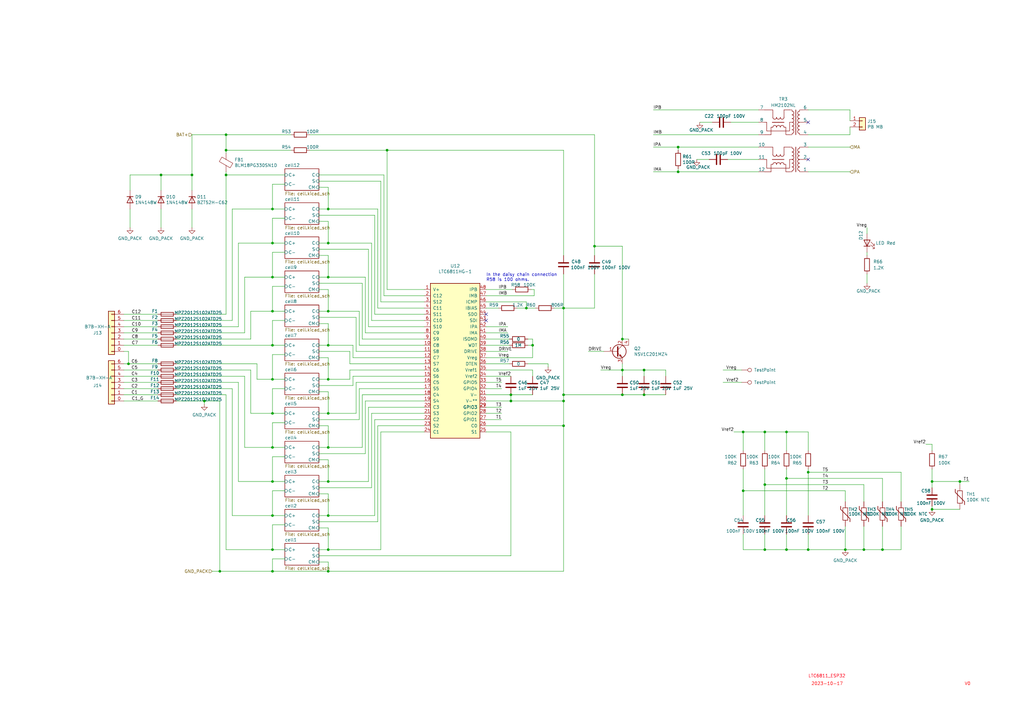
<source format=kicad_sch>
(kicad_sch (version 20230121) (generator eeschema)
  (paper "A3")
  (title_block (date "2023-10-19") (rev "V0.1") (company "teTra"))
  (lib_symbols
    (symbol "Connector:TestPoint" (pin_numbers hide) (pin_names (offset 0.762) hide)
      (property "Reference" "TP" (at 0 6.858 0))
      (property "Value" "TestPoint" (at 0 5.08 0))
      (symbol "TestPoint_1_1"
        (pin passive line (at 0 0 90) (length 2.54) (name "1") (number "1"))
      )
    )
    (symbol "Connector_Generic:Conn_01x02" (pin_names (offset 1.016) hide)
      (property "Reference" "J" (at 0 2.54 0))
      (property "Value" "Conn_01x02" (at 0 -5.08 0))
      (symbol "Conn_01x02_1_1"
        (pin passive line (at -5.08 0 0) (length 3.81) (name "Pin_1") (number "1"))
        (pin passive line (at -5.08 -2.54 0) (length 3.81) (name "Pin_2") (number "2"))
      )
    )
    (symbol "Connector_Generic:Conn_01x07_BAT_6S" (pin_names (offset 1.016) hide)
      (property "Reference" "J" (at 0 10.16 0))
      (property "Value" "Conn_01x07_BAT_6S" (at 0 -10.16 0))
      (symbol "Conn_01x07_BAT_6S_1_1"
        (pin passive line (at -5.08 7.62 0) (length 3.81) (name "Pin_1") (number "0"))
        (pin passive line (at -5.08 5.08 0) (length 3.81) (name "Pin_2") (number "1"))
        (pin passive line (at -5.08 2.54 0) (length 3.81) (name "Pin_3") (number "2"))
        (pin passive line (at -5.08 0 0) (length 3.81) (name "Pin_4") (number "3"))
        (pin passive line (at -5.08 -2.54 0) (length 3.81) (name "Pin_5") (number "4"))
        (pin passive line (at -5.08 -5.08 0) (length 3.81) (name "Pin_6") (number "5"))
        (pin passive line (at -5.08 -7.62 0) (length 3.81) (name "Pin_7") (number "6"))
      )
    )
    (symbol "Device:Fuse" (pin_numbers hide) (pin_names (offset 0))
      (property "Reference" "F" (at 2.032 0 90))
      (property "Value" "Fuse" (at -1.905 0 90))
      (symbol "Fuse_1_1"
        (pin passive line (at 0 3.81 270) (length 1.27) (name "~") (number "1"))
        (pin passive line (at 0 -3.81 90) (length 1.27) (name "~") (number "2"))
      )
    )
    (symbol "Device:LED" (pin_numbers hide) (pin_names (offset 1.016) hide)
      (property "Reference" "D" (at -0.762 -2.54 0))
      (property "Value" "LED" (at -0.762 4.318 0))
      (symbol "LED_1_1"
        (pin passive line (at 3.81 0 180) (length 2.54) (name "K") (number "1"))
        (pin passive line (at -3.81 0 0) (length 2.54) (name "A") (number "2"))
      )
    )
    (symbol "Device:Q_NPN_BCEC" (pin_names (offset 0) hide)
      (property "Reference" "Q" (at 5.08 1.27 0))
      (property "Value" "Q_NPN_BCEC" (at 5.08 -1.27 0))
      (symbol "Q_NPN_BCEC_1_1"
        (pin input line (at -5.08 0 0) (length 5.715) (name "B") (number "1"))
        (pin passive line (at 2.54 5.08 270) (length 2.54) (name "C") (number "2"))
        (pin passive line (at 2.54 -5.08 90) (length 2.54) (name "E") (number "3"))
        (pin passive line (at 5.08 5.08 270) (length 2.54) (name "C") (number "4"))
      )
    )
    (symbol "Device:R" (pin_numbers hide) (pin_names (offset 0))
      (property "Reference" "R" (at 2.032 0 90))
      (property "Value" "R" (at 0 0 90))
      (symbol "R_1_1"
        (pin passive line (at 0 3.81 270) (length 1.27) (name "~") (number "1"))
        (pin passive line (at 0 -3.81 90) (length 1.27) (name "~") (number "2"))
      )
    )
    (symbol "Device:Thermistor" (pin_numbers hide) (pin_names (offset 0))
      (property "Reference" "TH" (at 2.54 1.27 90))
      (property "Value" "Thermistor" (at -2.54 0 90))
      (symbol "Thermistor_1_1"
        (pin passive line (at 0 5.08 270) (length 2.54) (name "~") (number "1"))
        (pin passive line (at 0 -5.08 90) (length 2.54) (name "~") (number "2"))
      )
    )
    (symbol "Diode:1N4148W" (pin_numbers hide) (pin_names hide)
      (property "Reference" "D" (at 0 2.54 0))
      (property "Value" "1N4148W" (at 0 -2.54 0))
      (symbol "1N4148W_1_1"
        (pin passive line (at -3.81 0 0) (length 2.54) (name "K") (number "1"))
        (pin passive line (at 3.81 0 180) (length 2.54) (name "A") (number "2"))
      )
    )
    (symbol "Diode:BZT52Bxx" (pin_numbers hide) (pin_names hide)
      (property "Reference" "D" (at 0 2.54 0))
      (property "Value" "BZT52Bxx" (at 0 -2.54 0))
      (symbol "BZT52Bxx_1_1"
        (pin passive line (at -3.81 0 0) (length 2.54) (name "K") (number "1"))
        (pin passive line (at 3.81 0 180) (length 2.54) (name "A") (number "2"))
      )
    )
    (symbol "ENNOID:LTC6811-1" (pin_names (offset 1.016))
      (property "Reference" "U" (at -10.16 34.29 0))
      (property "Value" "LTC6811-1" (at 1.27 34.29 0))
      (symbol "LTC6811-1_1_1"
        (pin input line (at -12.7 30.48 0) (length 2.54) (name "V+") (number "1"))
        (pin input line (at -12.7 7.62 0) (length 2.54) (name "C8") (number "10"))
        (pin input line (at -12.7 5.08 0) (length 2.54) (name "S8") (number "11"))
        (pin input line (at -12.7 2.54 0) (length 2.54) (name "C7") (number "12"))
        (pin input line (at -12.7 0 0) (length 2.54) (name "S7") (number "13"))
        (pin input line (at -12.7 -2.54 0) (length 2.54) (name "C6") (number "14"))
        (pin input line (at -12.7 -5.08 0) (length 2.54) (name "S6") (number "15"))
        (pin input line (at -12.7 -7.62 0) (length 2.54) (name "C5") (number "16"))
        (pin input line (at -12.7 -10.16 0) (length 2.54) (name "S5") (number "17"))
        (pin input line (at -12.7 -12.7 0) (length 2.54) (name "C4") (number "18"))
        (pin input line (at -12.7 -15.24 0) (length 2.54) (name "S4") (number "19"))
        (pin input line (at -12.7 27.94 0) (length 2.54) (name "C12") (number "2"))
        (pin input line (at -12.7 -17.78 0) (length 2.54) (name "C3") (number "20"))
        (pin input line (at -12.7 -20.32 0) (length 2.54) (name "S3") (number "21"))
        (pin input line (at -12.7 -22.86 0) (length 2.54) (name "C2") (number "22"))
        (pin input line (at -12.7 -25.4 0) (length 2.54) (name "S2") (number "23"))
        (pin input line (at -12.7 -27.94 0) (length 2.54) (name "C1") (number "24"))
        (pin input line (at 12.7 -27.94 180) (length 2.54) (name "S1") (number "25"))
        (pin input line (at 12.7 -25.4 180) (length 2.54) (name "C0") (number "26"))
        (pin input line (at 12.7 -22.86 180) (length 2.54) (name "GPIO1") (number "27"))
        (pin no_connect line (at 0 35.56 270) (length 2.54) hide (name "NC") (number "27"))
        (pin input line (at 12.7 -20.32 180) (length 2.54) (name "GPIO2") (number "28"))
        (pin input line (at 12.7 -17.78 180) (length 2.54) (name "GPIO3") (number "29"))
        (pin input line (at 12.7 -17.78 180) (length 2.54) (name "GPIO3") (number "29"))
        (pin input line (at -12.7 25.4 0) (length 2.54) (name "S12") (number "3"))
        (pin input line (at 12.7 -15.24 180) (length 2.54) (name "V-**") (number "30"))
        (pin input line (at 12.7 -12.7 180) (length 2.54) (name "V-") (number "31"))
        (pin input line (at 12.7 -10.16 180) (length 2.54) (name "GPIO4") (number "32"))
        (pin input line (at 12.7 -7.62 180) (length 2.54) (name "GPIO5") (number "33"))
        (pin no_connect line (at -2.54 35.56 270) (length 2.54) hide (name "NC") (number "33"))
        (pin input line (at 12.7 -5.08 180) (length 2.54) (name "Vref2") (number "34"))
        (pin input line (at 12.7 -2.54 180) (length 2.54) (name "Vref1") (number "35"))
        (pin input line (at 12.7 0 180) (length 2.54) (name "DTEN") (number "36"))
        (pin input line (at 12.7 2.54 180) (length 2.54) (name "Vreg") (number "37"))
        (pin input line (at 12.7 5.08 180) (length 2.54) (name "DRIVE") (number "38"))
        (pin input line (at 12.7 7.62 180) (length 2.54) (name "WDT") (number "39"))
        (pin input line (at -12.7 22.86 0) (length 2.54) (name "C11") (number "4"))
        (pin input line (at 12.7 10.16 180) (length 2.54) (name "ISOMD") (number "40"))
        (pin input line (at 12.7 12.7 180) (length 2.54) (name "IMA") (number "41"))
        (pin input line (at 12.7 15.24 180) (length 2.54) (name "IPA") (number "42"))
        (pin open_collector line (at 12.7 17.78 180) (length 2.54) (name "SDI") (number "43"))
        (pin input line (at 12.7 20.32 180) (length 2.54) (name "SDO") (number "44"))
        (pin input line (at 12.7 22.86 180) (length 2.54) (name "IBIAS") (number "45"))
        (pin input line (at 12.7 25.4 180) (length 2.54) (name "ICMP") (number "46"))
        (pin input line (at 12.7 27.94 180) (length 2.54) (name "IMB") (number "47"))
        (pin input line (at 12.7 30.48 180) (length 2.54) (name "IPB") (number "48"))
        (pin input line (at -12.7 20.32 0) (length 2.54) (name "S11") (number "5"))
        (pin input line (at -12.7 17.78 0) (length 2.54) (name "C10") (number "6"))
        (pin input line (at -12.7 15.24 0) (length 2.54) (name "S10") (number "7"))
        (pin input line (at -12.7 12.7 0) (length 2.54) (name "C9") (number "8"))
        (pin input line (at -12.7 10.16 0) (length 2.54) (name "S9") (number "9"))
      )
    )
    (symbol "LTC6811-rescue:C-Device" (pin_numbers hide) (pin_names (offset 0.254))
      (property "Reference" "C" (at 0.635 2.54 0))
      (property "Value" "Device_C" (at 0.635 -2.54 0))
      (symbol "C-Device_1_1"
        (pin passive line (at 0 3.81 270) (length 2.794) (name "~") (number "1"))
        (pin passive line (at 0 -3.81 90) (length 2.794) (name "~") (number "2"))
      )
    )
    (symbol "LTC6811-rescue:Ferrite_Bead-Device" (pin_numbers hide) (pin_names (offset 0))
      (property "Reference" "FB" (at -3.81 0.635 90))
      (property "Value" "Device_Ferrite_Bead" (at 3.81 0 90))
      (symbol "Ferrite_Bead-Device_1_1"
        (pin passive line (at 0 3.81 270) (length 2.54) (name "~") (number "1"))
        (pin passive line (at 0 -3.81 90) (length 2.54) (name "~") (number "2"))
      )
    )
    (symbol "Transformer:HM2102NL" (pin_numbers hide) (pin_names (offset 0))
      (property "Reference" "TR" (at 0 -13.97 0))
      (property "Value" "HM2102NL" (at -5.08 15.24 0))
      (symbol "HM2102NL_1_1"
        (pin passive line (at 5.08 -12.7 180) (length 2.54) (name "1") (number "1"))
        (pin passive line (at -15.24 -2.54 0) (length 2.54) (name "10") (number "10"))
        (pin passive line (at -15.24 -7.62 0) (length 2.54) (name "11") (number "11"))
        (pin passive line (at -15.24 -12.7 0) (length 2.54) (name "12") (number "12"))
        (pin passive line (at 5.08 -7.62 180) (length 2.54) (name "2") (number "2"))
        (pin passive line (at 5.08 -2.54 180) (length 2.54) (name "3") (number "3"))
        (pin passive line (at 5.08 2.54 180) (length 2.54) (name "4") (number "4"))
        (pin passive line (at 5.08 7.62 180) (length 2.54) (name "5") (number "5"))
        (pin passive line (at 5.08 12.7 180) (length 2.54) (name "6") (number "6"))
        (pin passive line (at -15.24 12.7 0) (length 2.54) (name "7") (number "7"))
        (pin passive line (at -15.24 7.62 0) (length 2.54) (name "8") (number "8"))
        (pin passive line (at -15.24 2.54 0) (length 2.54) (name "9") (number "9"))
      )
    )
    (symbol "power:GND_PACK" (power) (pin_names (offset 0))
      (property "Value" "GND_PACK" (at 0 -3.81 0))
      (symbol "GND_PACK_1_1"
        (pin power_in line (at 0 0 270) (length 0) hide (name "GND_PACK") (number "1"))
      )
    )
  )
  (junction (at 278.13 70.485))
  (junction (at 255.27 139.065))
  (junction (at 134.62 234.315))
  (junction (at 134.62 99.695))
  (junction (at 209.55 164.465))
  (junction (at 134.62 141.605))
  (junction (at 393.7 197.485))
  (junction (at 111.76 197.485))
  (junction (at 134.62 197.485))
  (junction (at 111.76 141.605))
  (junction (at 331.47 225.425))
  (junction (at 111.76 211.455))
  (junction (at 255.27 161.925))
  (junction (at 313.69 225.425))
  (junction (at 111.76 169.545))
  (junction (at 111.76 234.315))
  (junction (at 92.71 55.245))
  (junction (at 264.16 161.925))
  (junction (at 134.62 127.635))
  (junction (at 92.71 61.595))
  (junction (at 361.95 225.425))
  (junction (at 322.58 225.425))
  (junction (at 382.27 208.915))
  (junction (at 278.13 60.325))
  (junction (at 134.62 211.455))
  (junction (at 83.82 164.465))
  (junction (at 134.62 155.575))
  (junction (at 231.14 161.925))
  (junction (at 215.9 126.365))
  (junction (at 264.16 151.765))
  (junction (at 313.69 177.165))
  (junction (at 313.69 198.755))
  (junction (at 111.76 127.635))
  (junction (at 92.71 71.755))
  (junction (at 78.74 71.755))
  (junction (at 331.47 193.675))
  (junction (at 111.76 113.665))
  (junction (at 111.76 225.425))
  (junction (at 304.8 177.165))
  (junction (at 111.76 99.695))
  (junction (at 134.62 183.515))
  (junction (at 111.76 183.515))
  (junction (at 209.55 161.925))
  (junction (at 243.84 100.965))
  (junction (at 231.14 126.365))
  (junction (at 354.33 225.425))
  (junction (at 134.62 113.665))
  (junction (at 134.62 85.725))
  (junction (at 134.62 169.545))
  (junction (at 90.17 234.315))
  (junction (at 231.14 164.465))
  (junction (at 255.27 151.765))
  (junction (at 134.62 225.425))
  (junction (at 304.8 201.295))
  (junction (at 66.04 71.755))
  (junction (at 231.14 174.625))
  (junction (at 382.27 197.485))
  (junction (at 158.75 61.595))
  (junction (at 218.44 141.605))
  (junction (at 52.705 149.225))
  (junction (at 322.58 177.165))
  (junction (at 111.76 155.575))
  (junction (at 346.71 225.425))
  (junction (at 111.76 85.725))
  (junction (at 322.58 196.215))
  (no_connect (at 331.47 65.405))
  (no_connect (at 199.39 131.445))
  (no_connect (at 199.39 128.905))
  (no_connect (at 331.47 50.165))
  (wire (pts (xy 143.51 149.225) (xy 173.99 149.225)))
  (wire (pts (xy 116.84 169.545) (xy 111.76 169.545)))
  (wire (pts (xy 134.62 188.595) (xy 134.62 197.485)))
  (wire (pts (xy 173.99 161.925) (xy 148.59 161.925)))
  (wire (pts (xy 50.8 144.145) (xy 52.705 144.145)))
  (wire (pts (xy 78.74 85.725) (xy 78.74 93.345)))
  (wire (pts (xy 199.39 123.825) (xy 215.9 123.825)))
  (wire (pts (xy 100.33 154.305) (xy 72.39 154.305)))
  (wire (pts (xy 151.13 102.235) (xy 130.81 102.235)))
  (wire (pts (xy 199.39 161.925) (xy 209.55 161.925)))
  (wire (pts (xy 313.69 211.455) (xy 313.69 198.755)))
  (wire (pts (xy 53.34 71.755) (xy 66.04 71.755)))
  (wire (pts (xy 346.71 205.74) (xy 346.71 201.295)))
  (wire (pts (xy 130.81 116.205) (xy 148.59 116.205)))
  (wire (pts (xy 313.69 198.755) (xy 354.33 198.755)))
  (wire (pts (xy 148.59 161.925) (xy 148.59 183.515)))
  (wire (pts (xy 331.47 211.455) (xy 331.47 193.675)))
  (wire (pts (xy 267.97 45.085) (xy 311.15 45.085)))
  (wire (pts (xy 218.44 151.765) (xy 199.39 151.765)))
  (wire (pts (xy 255.27 100.965) (xy 255.27 139.065)))
  (wire (pts (xy 66.04 71.755) (xy 78.74 71.755)))
  (wire (pts (xy 95.25 159.385) (xy 72.39 159.385)))
  (wire (pts (xy 278.13 60.325) (xy 311.15 60.325)))
  (wire (pts (xy 287.02 50.165) (xy 292.1 50.165)))
  (wire (pts (xy 97.79 197.485) (xy 97.79 156.845)))
  (wire (pts (xy 331.47 225.425) (xy 322.58 225.425)))
  (wire (pts (xy 224.79 149.225) (xy 224.79 150.495)))
  (wire (pts (xy 127 55.245) (xy 243.84 55.245)))
  (wire (pts (xy 355.6 116.205) (xy 355.6 112.395)))
  (wire (pts (xy 296.545 151.765) (xy 304.165 151.765)))
  (wire (pts (xy 219.075 121.285) (xy 219.075 118.745)))
  (wire (pts (xy 116.84 141.605) (xy 111.76 141.605)))
  (wire (pts (xy 227.33 126.365) (xy 231.14 126.365)))
  (wire (pts (xy 143.51 155.575) (xy 134.62 155.575)))
  (wire (pts (xy 243.84 112.395) (xy 243.84 126.365)))
  (wire (pts (xy 173.99 128.905) (xy 153.67 128.905)))
  (wire (pts (xy 173.99 141.605) (xy 147.32 141.605)))
  (wire (pts (xy 50.8 164.465) (xy 64.77 164.465)))
  (wire (pts (xy 102.87 151.765) (xy 72.39 151.765)))
  (wire (pts (xy 331.47 219.075) (xy 331.47 225.425)))
  (wire (pts (xy 173.99 123.825) (xy 156.21 123.825)))
  (wire (pts (xy 144.78 154.305) (xy 144.78 158.115)))
  (wire (pts (xy 134.62 202.565) (xy 134.62 211.455)))
  (wire (pts (xy 116.84 155.575) (xy 111.76 155.575)))
  (wire (pts (xy 313.69 177.165) (xy 322.58 177.165)))
  (wire (pts (xy 149.86 113.665) (xy 134.62 113.665)))
  (wire (pts (xy 231.14 161.925) (xy 255.27 161.925)))
  (wire (pts (xy 173.99 133.985) (xy 151.13 133.985)))
  (wire (pts (xy 116.84 197.485) (xy 111.76 197.485)))
  (wire (pts (xy 152.4 169.545) (xy 173.99 169.545)))
  (wire (pts (xy 346.71 225.425) (xy 346.71 215.9)))
  (wire (pts (xy 130.81 144.145) (xy 143.51 144.145)))
  (wire (pts (xy 146.05 156.845) (xy 146.05 169.545)))
  (wire (pts (xy 143.51 151.765) (xy 143.51 155.575)))
  (wire (pts (xy 313.69 198.755) (xy 313.69 192.405)))
  (wire (pts (xy 300.99 177.165) (xy 304.8 177.165)))
  (wire (pts (xy 331.47 45.085) (xy 348.615 45.085)))
  (wire (pts (xy 146.05 144.145) (xy 146.05 130.175)))
  (wire (pts (xy 243.84 126.365) (xy 231.14 126.365)))
  (wire (pts (xy 134.62 141.605) (xy 144.78 141.605)))
  (wire (pts (xy 116.84 229.235) (xy 111.76 229.235)))
  (wire (pts (xy 331.47 55.245) (xy 348.615 55.245)))
  (wire (pts (xy 53.34 78.105) (xy 53.34 71.755)))
  (wire (pts (xy 299.72 50.165) (xy 311.15 50.165)))
  (wire (pts (xy 53.34 85.725) (xy 53.34 93.345)))
  (wire (pts (xy 231.14 161.925) (xy 231.14 164.465)))
  (wire (pts (xy 361.95 225.425) (xy 354.33 225.425)))
  (wire (pts (xy 111.76 173.355) (xy 111.76 183.515)))
  (wire (pts (xy 156.21 225.425) (xy 156.21 177.165)))
  (wire (pts (xy 146.05 169.545) (xy 134.62 169.545)))
  (wire (pts (xy 134.62 90.805) (xy 134.62 99.695)))
  (wire (pts (xy 134.62 127.635) (xy 130.81 127.635)))
  (wire (pts (xy 205.74 159.385) (xy 199.39 159.385)))
  (wire (pts (xy 331.47 70.485) (xy 348.615 70.485)))
  (wire (pts (xy 158.75 118.745) (xy 173.99 118.745)))
  (wire (pts (xy 116.84 211.455) (xy 111.76 211.455)))
  (wire (pts (xy 156.21 177.165) (xy 173.99 177.165)))
  (wire (pts (xy 111.76 155.575) (xy 105.41 155.575)))
  (wire (pts (xy 154.94 174.625) (xy 173.99 174.625)))
  (wire (pts (xy 116.84 183.515) (xy 111.76 183.515)))
  (wire (pts (xy 331.47 193.675) (xy 331.47 192.405)))
  (wire (pts (xy 209.55 177.165) (xy 209.55 227.965)))
  (wire (pts (xy 199.39 141.605) (xy 208.915 141.605)))
  (wire (pts (xy 173.99 131.445) (xy 152.4 131.445)))
  (wire (pts (xy 130.81 216.535) (xy 134.62 216.535)))
  (wire (pts (xy 144.78 146.685) (xy 173.99 146.685)))
  (wire (pts (xy 264.16 151.765) (xy 264.16 154.305)))
  (wire (pts (xy 149.86 164.465) (xy 173.99 164.465)))
  (wire (pts (xy 111.76 169.545) (xy 102.87 169.545)))
  (wire (pts (xy 111.76 103.505) (xy 111.76 113.665)))
  (wire (pts (xy 111.76 85.725) (xy 95.25 85.725)))
  (wire (pts (xy 199.39 139.065) (xy 208.915 139.065)))
  (wire (pts (xy 219.075 118.745) (xy 217.805 118.745)))
  (wire (pts (xy 215.9 126.365) (xy 219.71 126.365)))
  (wire (pts (xy 116.84 117.475) (xy 111.76 117.475)))
  (wire (pts (xy 199.39 146.685) (xy 218.44 146.685)))
  (wire (pts (xy 322.58 196.215) (xy 322.58 192.405)))
  (wire (pts (xy 130.81 211.455) (xy 134.62 211.455)))
  (wire (pts (xy 111.76 211.455) (xy 95.25 211.455)))
  (wire (pts (xy 331.47 60.325) (xy 348.615 60.325)))
  (wire (pts (xy 116.84 159.385) (xy 111.76 159.385)))
  (wire (pts (xy 147.32 159.385) (xy 173.99 159.385)))
  (wire (pts (xy 243.84 100.965) (xy 255.27 100.965)))
  (wire (pts (xy 111.76 117.475) (xy 111.76 127.635)))
  (wire (pts (xy 72.39 141.605) (xy 111.76 141.605)))
  (wire (pts (xy 361.95 205.74) (xy 361.95 196.215)))
  (wire (pts (xy 173.99 136.525) (xy 149.86 136.525)))
  (wire (pts (xy 273.05 151.765) (xy 273.05 154.305)))
  (wire (pts (xy 64.77 159.385) (xy 50.8 159.385)))
  (wire (pts (xy 92.71 61.595) (xy 92.71 62.865)))
  (wire (pts (xy 153.67 88.265) (xy 130.81 88.265)))
  (wire (pts (xy 111.76 127.635) (xy 102.87 127.635)))
  (wire (pts (xy 116.84 201.295) (xy 111.76 201.295)))
  (wire (pts (xy 199.39 133.985) (xy 208.28 133.985)))
  (wire (pts (xy 156.21 123.825) (xy 156.21 74.295)))
  (wire (pts (xy 111.76 229.235) (xy 111.76 234.315)))
  (wire (pts (xy 116.84 187.325) (xy 111.76 187.325)))
  (wire (pts (xy 102.87 169.545) (xy 102.87 151.765)))
  (wire (pts (xy 66.04 85.725) (xy 66.04 93.345)))
  (wire (pts (xy 267.97 70.485) (xy 278.13 70.485)))
  (wire (pts (xy 393.7 197.485) (xy 382.27 197.485)))
  (wire (pts (xy 64.77 133.985) (xy 50.8 133.985)))
  (wire (pts (xy 64.77 151.765) (xy 50.8 151.765)))
  (wire (pts (xy 64.77 136.525) (xy 50.8 136.525)))
  (wire (pts (xy 296.545 156.845) (xy 304.165 156.845)))
  (wire (pts (xy 78.74 55.245) (xy 92.71 55.245)))
  (wire (pts (xy 393.7 198.755) (xy 393.7 197.485)))
  (wire (pts (xy 152.4 99.695) (xy 134.62 99.695)))
  (wire (pts (xy 111.76 145.415) (xy 111.76 155.575)))
  (wire (pts (xy 64.77 139.065) (xy 50.8 139.065)))
  (wire (pts (xy 199.39 164.465) (xy 209.55 164.465)))
  (wire (pts (xy 134.62 183.515) (xy 148.59 183.515)))
  (wire (pts (xy 111.76 89.535) (xy 111.76 99.695)))
  (wire (pts (xy 355.6 103.505) (xy 355.6 104.775)))
  (wire (pts (xy 64.77 141.605) (xy 50.8 141.605)))
  (wire (pts (xy 267.97 60.325) (xy 278.13 60.325)))
  (wire (pts (xy 130.81 225.425) (xy 134.62 225.425)))
  (wire (pts (xy 346.71 225.425) (xy 331.47 225.425)))
  (wire (pts (xy 72.39 164.465) (xy 83.82 164.465)))
  (wire (pts (xy 397.51 197.485) (xy 393.7 197.485)))
  (wire (pts (xy 144.78 141.605) (xy 144.78 146.685)))
  (wire (pts (xy 243.84 55.245) (xy 243.84 100.965)))
  (wire (pts (xy 298.45 65.405) (xy 311.15 65.405)))
  (wire (pts (xy 285.75 65.405) (xy 290.83 65.405)))
  (wire (pts (xy 134.62 76.835) (xy 134.62 85.725)))
  (wire (pts (xy 304.8 201.295) (xy 304.8 192.405)))
  (wire (pts (xy 348.615 45.085) (xy 348.615 49.53)))
  (wire (pts (xy 331.47 193.675) (xy 369.57 193.675)))
  (wire (pts (xy 64.77 161.925) (xy 50.8 161.925)))
  (wire (pts (xy 273.05 161.925) (xy 264.16 161.925)))
  (wire (pts (xy 304.8 184.785) (xy 304.8 177.165)))
  (wire (pts (xy 369.57 215.9) (xy 369.57 225.425)))
  (wire (pts (xy 255.27 154.305) (xy 255.27 151.765)))
  (wire (pts (xy 146.05 130.175) (xy 130.81 130.175)))
  (wire (pts (xy 379.73 182.245) (xy 382.27 182.245)))
  (wire (pts (xy 100.33 113.665) (xy 100.33 136.525)))
  (wire (pts (xy 111.76 113.665) (xy 100.33 113.665)))
  (wire (pts (xy 218.44 139.065) (xy 218.44 141.605)))
  (wire (pts (xy 322.58 225.425) (xy 313.69 225.425)))
  (wire (pts (xy 111.76 99.695) (xy 97.79 99.695)))
  (wire (pts (xy 127 61.595) (xy 158.75 61.595)))
  (wire (pts (xy 130.81 186.055) (xy 149.86 186.055)))
  (wire (pts (xy 354.33 205.74) (xy 354.33 198.755)))
  (wire (pts (xy 231.14 61.595) (xy 158.75 61.595)))
  (wire (pts (xy 304.8 201.295) (xy 346.71 201.295)))
  (wire (pts (xy 147.32 172.085) (xy 147.32 159.385)))
  (wire (pts (xy 331.47 177.165) (xy 331.47 184.785)))
  (wire (pts (xy 111.76 159.385) (xy 111.76 169.545)))
  (wire (pts (xy 153.67 172.085) (xy 153.67 211.455)))
  (wire (pts (xy 130.81 202.565) (xy 134.62 202.565)))
  (wire (pts (xy 382.27 207.645) (xy 382.27 208.915)))
  (wire (pts (xy 52.705 149.225) (xy 50.8 149.225)))
  (wire (pts (xy 90.17 234.315) (xy 111.76 234.315)))
  (wire (pts (xy 267.97 55.245) (xy 311.15 55.245)))
  (wire (pts (xy 382.27 182.245) (xy 382.27 184.785)))
  (wire (pts (xy 130.81 104.775) (xy 134.62 104.775)))
  (wire (pts (xy 215.9 123.825) (xy 215.9 126.365)))
  (wire (pts (xy 116.84 103.505) (xy 111.76 103.505)))
  (wire (pts (xy 199.39 172.085) (xy 205.74 172.085)))
  (wire (pts (xy 100.33 183.515) (xy 100.33 154.305)))
  (wire (pts (xy 64.77 131.445) (xy 50.8 131.445)))
  (wire (pts (xy 134.62 85.725) (xy 130.81 85.725)))
  (wire (pts (xy 199.39 118.745) (xy 210.185 118.745)))
  (wire (pts (xy 92.71 71.755) (xy 92.71 128.905)))
  (wire (pts (xy 243.84 100.965) (xy 243.84 104.775)))
  (wire (pts (xy 393.7 208.915) (xy 382.27 208.915)))
  (wire (pts (xy 205.74 169.545) (xy 199.39 169.545)))
  (wire (pts (xy 147.32 172.085) (xy 130.81 172.085)))
  (wire (pts (xy 247.65 144.145) (xy 241.3 144.145)))
  (wire (pts (xy 134.62 146.685) (xy 134.62 155.575)))
  (wire (pts (xy 147.32 127.635) (xy 134.62 127.635)))
  (wire (pts (xy 83.82 165.735) (xy 83.82 164.465)))
  (wire (pts (xy 64.77 154.305) (xy 50.8 154.305)))
  (wire (pts (xy 348.615 52.07) (xy 348.615 55.245)))
  (wire (pts (xy 130.81 197.485) (xy 134.62 197.485)))
  (wire (pts (xy 209.55 161.925) (xy 218.44 161.925)))
  (wire (pts (xy 111.76 75.565) (xy 111.76 85.725)))
  (wire (pts (xy 111.76 85.725) (xy 116.84 85.725)))
  (wire (pts (xy 78.74 55.245) (xy 78.74 71.755)))
  (wire (pts (xy 154.94 85.725) (xy 134.62 85.725)))
  (wire (pts (xy 130.81 160.655) (xy 134.62 160.655)))
  (wire (pts (xy 143.51 144.145) (xy 143.51 149.225)))
  (wire (pts (xy 111.76 201.295) (xy 111.76 211.455)))
  (wire (pts (xy 322.58 219.075) (xy 322.58 225.425)))
  (wire (pts (xy 134.62 216.535) (xy 134.62 225.425)))
  (wire (pts (xy 278.13 70.485) (xy 311.15 70.485)))
  (wire (pts (xy 134.62 234.315) (xy 231.14 234.315)))
  (wire (pts (xy 173.99 154.305) (xy 144.78 154.305)))
  (wire (pts (xy 322.58 184.785) (xy 322.58 177.165)))
  (wire (pts (xy 92.71 55.245) (xy 119.38 55.245)))
  (wire (pts (xy 97.79 133.985) (xy 72.39 133.985)))
  (wire (pts (xy 154.94 213.995) (xy 130.81 213.995)))
  (wire (pts (xy 111.76 197.485) (xy 97.79 197.485)))
  (wire (pts (xy 151.13 167.005) (xy 151.13 197.485)))
  (wire (pts (xy 92.71 70.485) (xy 92.71 71.755)))
  (wire (pts (xy 216.535 149.225) (xy 224.79 149.225)))
  (wire (pts (xy 134.62 211.455) (xy 153.67 211.455)))
  (wire (pts (xy 116.84 71.755) (xy 92.71 71.755)))
  (wire (pts (xy 157.48 121.285) (xy 173.99 121.285)))
  (wire (pts (xy 97.79 99.695) (xy 97.79 133.985)))
  (wire (pts (xy 255.27 151.765) (xy 264.16 151.765)))
  (wire (pts (xy 130.81 200.025) (xy 152.4 200.025)))
  (wire (pts (xy 111.76 99.695) (xy 116.84 99.695)))
  (wire (pts (xy 199.39 121.285) (xy 219.075 121.285)))
  (wire (pts (xy 304.8 225.425) (xy 304.8 219.075)))
  (wire (pts (xy 173.99 151.765) (xy 143.51 151.765)))
  (wire (pts (xy 246.38 151.765) (xy 255.27 151.765)))
  (wire (pts (xy 152.4 200.025) (xy 152.4 169.545)))
  (wire (pts (xy 134.62 132.715) (xy 134.62 141.605)))
  (wire (pts (xy 205.74 167.005) (xy 199.39 167.005)))
  (wire (pts (xy 199.39 149.225) (xy 208.915 149.225)))
  (wire (pts (xy 231.14 174.625) (xy 199.39 174.625)))
  (wire (pts (xy 148.59 116.205) (xy 148.59 139.065)))
  (wire (pts (xy 116.84 173.355) (xy 111.76 173.355)))
  (wire (pts (xy 173.99 167.005) (xy 151.13 167.005)))
  (wire (pts (xy 369.57 205.74) (xy 369.57 193.675)))
  (wire (pts (xy 116.84 75.565) (xy 111.76 75.565)))
  (wire (pts (xy 116.84 89.535) (xy 111.76 89.535)))
  (wire (pts (xy 149.86 186.055) (xy 149.86 164.465)))
  (wire (pts (xy 147.32 141.605) (xy 147.32 127.635)))
  (wire (pts (xy 264.16 151.765) (xy 273.05 151.765)))
  (wire (pts (xy 313.69 225.425) (xy 304.8 225.425)))
  (wire (pts (xy 173.99 139.065) (xy 148.59 139.065)))
  (wire (pts (xy 209.55 164.465) (xy 231.14 164.465)))
  (wire (pts (xy 130.81 132.715) (xy 134.62 132.715)))
  (wire (pts (xy 64.77 128.905) (xy 50.8 128.905)))
  (wire (pts (xy 111.76 187.325) (xy 111.76 197.485)))
  (wire (pts (xy 231.14 174.625) (xy 231.14 234.315)))
  (wire (pts (xy 313.69 219.075) (xy 313.69 225.425)))
  (wire (pts (xy 102.87 127.635) (xy 102.87 139.065)))
  (wire (pts (xy 111.76 234.315) (xy 134.62 234.315)))
  (wire (pts (xy 151.13 133.985) (xy 151.13 102.235)))
  (wire (pts (xy 154.94 126.365) (xy 154.94 85.725)))
  (wire (pts (xy 134.62 99.695) (xy 130.81 99.695)))
  (wire (pts (xy 173.99 126.365) (xy 154.94 126.365)))
  (wire (pts (xy 218.44 154.305) (xy 218.44 151.765)))
  (wire (pts (xy 92.71 61.595) (xy 92.71 55.245)))
  (wire (pts (xy 382.27 192.405) (xy 382.27 197.485)))
  (wire (pts (xy 134.62 169.545) (xy 130.81 169.545)))
  (wire (pts (xy 153.67 128.905) (xy 153.67 88.265)))
  (wire (pts (xy 255.27 151.765) (xy 255.27 149.225)))
  (wire (pts (xy 64.77 156.845) (xy 50.8 156.845)))
  (wire (pts (xy 264.16 161.925) (xy 255.27 161.925)))
  (wire (pts (xy 134.62 197.485) (xy 151.13 197.485)))
  (wire (pts (xy 278.13 69.215) (xy 278.13 70.485)))
  (wire (pts (xy 313.69 184.785) (xy 313.69 177.165)))
  (wire (pts (xy 130.81 183.515) (xy 134.62 183.515)))
  (wire (pts (xy 134.62 113.665) (xy 130.81 113.665)))
  (wire (pts (xy 52.705 144.145) (xy 52.705 149.225)))
  (wire (pts (xy 95.25 131.445) (xy 72.39 131.445)))
  (wire (pts (xy 134.62 230.505) (xy 134.62 234.315)))
  (wire (pts (xy 97.79 156.845) (xy 72.39 156.845)))
  (wire (pts (xy 173.99 172.085) (xy 153.67 172.085)))
  (wire (pts (xy 216.535 141.605) (xy 218.44 141.605)))
  (wire (pts (xy 86.995 234.315) (xy 90.17 234.315)))
  (wire (pts (xy 152.4 131.445) (xy 152.4 99.695)))
  (wire (pts (xy 369.57 225.425) (xy 361.95 225.425)))
  (wire (pts (xy 95.25 211.455) (xy 95.25 159.385)))
  (wire (pts (xy 231.14 61.595) (xy 231.14 104.775)))
  (wire (pts (xy 102.87 139.065) (xy 72.39 139.065)))
  (wire (pts (xy 354.33 215.9) (xy 354.33 225.425)))
  (wire (pts (xy 130.81 146.685) (xy 134.62 146.685)))
  (wire (pts (xy 111.76 183.515) (xy 100.33 183.515)))
  (wire (pts (xy 355.6 95.885) (xy 355.6 93.345)))
  (wire (pts (xy 199.39 154.305) (xy 209.55 154.305)))
  (wire (pts (xy 105.41 155.575) (xy 105.41 149.225)))
  (wire (pts (xy 130.81 227.965) (xy 209.55 227.965)))
  (wire (pts (xy 154.94 213.995) (xy 154.94 174.625)))
  (wire (pts (xy 216.535 139.065) (xy 218.44 139.065)))
  (wire (pts (xy 92.71 161.925) (xy 72.39 161.925)))
  (wire (pts (xy 215.9 126.365) (xy 212.09 126.365)))
  (wire (pts (xy 111.76 215.265) (xy 111.76 225.425)))
  (wire (pts (xy 209.55 161.925) (xy 209.55 164.465)))
  (wire (pts (xy 78.74 71.755) (xy 78.74 78.105)))
  (wire (pts (xy 116.84 225.425) (xy 111.76 225.425)))
  (wire (pts (xy 116.84 113.665) (xy 111.76 113.665)))
  (wire (pts (xy 64.77 149.225) (xy 52.705 149.225)))
  (wire (pts (xy 111.76 131.445) (xy 111.76 141.605)))
  (wire (pts (xy 134.62 155.575) (xy 130.81 155.575)))
  (wire (pts (xy 116.84 131.445) (xy 111.76 131.445)))
  (wire (pts (xy 66.04 78.105) (xy 66.04 71.755)))
  (wire (pts (xy 173.99 156.845) (xy 146.05 156.845)))
  (wire (pts (xy 199.39 156.845) (xy 205.74 156.845)))
  (wire (pts (xy 149.86 136.525) (xy 149.86 113.665)))
  (wire (pts (xy 231.14 164.465) (xy 231.14 174.625)))
  (wire (pts (xy 304.8 177.165) (xy 313.69 177.165)))
  (wire (pts (xy 157.48 71.755) (xy 157.48 121.285)))
  (wire (pts (xy 116.84 215.265) (xy 111.76 215.265)))
  (wire (pts (xy 218.44 141.605) (xy 218.44 146.685)))
  (wire (pts (xy 130.81 188.595) (xy 134.62 188.595)))
  (wire (pts (xy 130.81 141.605) (xy 134.62 141.605)))
  (wire (pts (xy 199.39 126.365) (xy 204.47 126.365)))
  (wire (pts (xy 130.81 118.745) (xy 134.62 118.745)))
  (wire (pts (xy 199.39 136.525) (xy 208.28 136.525)))
  (wire (pts (xy 255.27 139.065) (xy 257.81 139.065)))
  (wire (pts (xy 116.84 145.415) (xy 111.76 145.415)))
  (wire (pts (xy 231.14 126.365) (xy 231.14 161.925)))
  (wire (pts (xy 90.17 164.465) (xy 90.17 234.315)))
  (wire (pts (xy 130.81 76.835) (xy 134.62 76.835)))
  (wire (pts (xy 278.13 61.595) (xy 278.13 60.325)))
  (wire (pts (xy 130.81 90.805) (xy 134.62 90.805)))
  (wire (pts (xy 116.84 127.635) (xy 111.76 127.635)))
  (wire (pts (xy 83.82 164.465) (xy 90.17 164.465)))
  (wire (pts (xy 100.33 136.525) (xy 72.39 136.525)))
  (wire (pts (xy 119.38 61.595) (xy 92.71 61.595)))
  (wire (pts (xy 173.99 144.145) (xy 146.05 144.145)))
  (wire (pts (xy 92.71 128.905) (xy 72.39 128.905)))
  (wire (pts (xy 322.58 196.215) (xy 361.95 196.215)))
  (wire (pts (xy 92.71 225.425) (xy 92.71 161.925)))
  (wire (pts (xy 130.81 174.625) (xy 134.62 174.625)))
  (wire (pts (xy 304.8 201.295) (xy 304.8 211.455)))
  (wire (pts (xy 199.39 177.165) (xy 209.55 177.165)))
  (wire (pts (xy 382.27 197.485) (xy 382.27 200.025)))
  (wire (pts (xy 361.95 215.9) (xy 361.95 225.425)))
  (wire (pts (xy 199.39 144.145) (xy 208.28 144.145)))
  (wire (pts (xy 130.81 158.115) (xy 144.78 158.115)))
  (wire (pts (xy 134.62 160.655) (xy 134.62 169.545)))
  (wire (pts (xy 134.62 174.625) (xy 134.62 183.515)))
  (wire (pts (xy 354.33 225.425) (xy 346.71 225.425)))
  (wire (pts (xy 130.81 71.755) (xy 157.48 71.755)))
  (wire (pts (xy 158.75 61.595) (xy 158.75 118.745)))
  (wire (pts (xy 134.62 225.425) (xy 156.21 225.425)))
  (wire (pts (xy 322.58 196.215) (xy 322.58 211.455)))
  (wire (pts (xy 95.25 85.725) (xy 95.25 131.445)))
  (wire (pts (xy 134.62 104.775) (xy 134.62 113.665)))
  (wire (pts (xy 130.81 230.505) (xy 134.62 230.505)))
  (wire (pts (xy 105.41 149.225) (xy 72.39 149.225)))
  (wire (pts (xy 134.62 118.745) (xy 134.62 127.635)))
  (wire (pts (xy 111.76 225.425) (xy 92.71 225.425)))
  (wire (pts (xy 231.14 112.395) (xy 231.14 126.365)))
  (wire (pts (xy 156.21 74.295) (xy 130.81 74.295)))
  (wire (pts (xy 322.58 177.165) (xy 331.47 177.165)))
  (text "In the daisy chain connection\nR58 is 100 ohms." (at 199.39 115.57 0) (effects (font (size 1.27 1.27)) (justify left bottom)))
  (text "2023-10-17" (at 332.74 281.305 0) (effects (font (size 1.27 1.27)) (justify left bottom)))
  (text "LTC6811_ESP32" (at 331.47 278.13 0) (effects (font (size 1.27 1.27)) (justify left bottom)))
  (text "V0" (at 395.605 281.305 0) (effects (font (size 1.27 1.27)) (justify left bottom)))
  (label "Vref2" (at 297.815 156.845 0))
  (label "T5" (at 339.725 193.675 180))
  (label "T4" (at 339.725 196.215 180))
  (label "IPA" (at 204.47 133.985 0))
  (label "Vreg" (at 355.6 93.345 180))
  (label "C3" (at 56.515 156.845 180))
  (label "IPA" (at 267.97 60.325 0))
  (label "IMB" (at 204.47 121.285 0))
  (label "C2" (at 56.515 159.385 180))
  (label "T3" (at 205.74 167.005 180))
  (label "IMA" (at 267.97 70.485 0))
  (label "C5" (at 56.515 151.765 180))
  (label "C6" (at 56.515 149.225 180))
  (label "T3" (at 339.725 198.755 180))
  (label "Vref2" (at 379.73 182.245 180))
  (label "Vreg" (at 204.47 146.685 0))
  (label "IPB" (at 267.97 45.085 0))
  (label "C10" (at 53.975 133.985 0))
  (label "Vreg" (at 246.38 151.765 0))
  (label "DRIVE" (at 241.3 144.145 0))
  (label "C1_G" (at 53.975 164.465 0))
  (label "T2" (at 339.725 201.295 180))
  (label "IMA" (at 204.47 136.525 0))
  (label "T5" (at 205.74 156.845 180))
  (label "C9" (at 53.975 136.525 0))
  (label "Vref2" (at 300.99 177.165 180))
  (label "C4" (at 56.515 154.305 180))
  (label "C11" (at 53.975 131.445 0))
  (label "Vref2" (at 209.55 154.305 180))
  (label "DRIVE" (at 204.47 144.145 0))
  (label "Vreg" (at 297.815 151.765 0))
  (label "T4" (at 205.74 159.385 180))
  (label "IMB" (at 267.97 55.245 0))
  (label "C7" (at 53.975 141.605 0))
  (label "T2" (at 205.74 169.545 180))
  (label "C8" (at 53.975 139.065 0))
  (label "C12" (at 53.975 128.905 0))
  (label "C1" (at 56.515 161.925 180))
  (label "T1" (at 397.51 197.485 180))
  (label "T1" (at 205.74 172.085 180))
  (label "IPB" (at 204.47 118.745 0))
  (hierarchical_label "BAT+" (shape input) (at 78.74 55.245 180))
  (hierarchical_label "GND_PACK" (shape input) (at 86.995 234.315 180))
  (hierarchical_label "PA" (shape input) (at 348.615 70.485 0))
  (hierarchical_label "MA" (shape input) (at 348.615 60.325 0))
  (symbol (lib_id "Diode:BZT52Bxx") (at 78.74 81.915 270) (unit 1)
    (property "Reference" "D11" (at 80.7466 80.7466 90) (effects (justify left)))
    (property "Value" "BZT52H-C62" (at 80.7466 83.058 90) (effects (justify left)))
    (property "Footprint" "Diode_SMD:D_SOD-123F" (effects hide))
    (property "Datasheet" "https://assets.nexperia.com/documents/data-sheet/BZT52H_SER.pdf" (effects hide))
    (property "MPN" "BZT52H-C62,115" (effects hide))
    (property "Description" "Zener Diode 62 V 375 mW ±5% Surface Mount SOD-123F" (effects hide))
    (property "Link" "https://www.digikey.jp/en/products/detail/nexperia-usa-inc/BZT52H-C62-115/1162867" (effects hide))
    (instances (project "LTC6811_ESP32_V1.2" (path "" (reference "D11") (unit 1))) (project "LTC6811" (path "" (reference "D15") (unit 1))))
  )
  (symbol (lib_id "Device:Fuse") (at 68.58 139.065 90) (mirror x) (unit 1)
    (property "Reference" "F5" (at 63.5 137.795 90))
    (property "Value" "MPZ2012S102ATD25" (at 81.28 138.43 90))
    (property "Footprint" "Fuse:Fuse_0805_2012Metric" (effects hide))
    (property "Datasheet" "https://product.tdk.com/en/system/files?file=dam/doc/product/emc/emc/beads/catalog/beads_automotive_power_mpz2012_en.pdf" (effects hide))
    (property "MPN" "MPZ2012S102ATD25" (effects hide))
    (property "Description" "1 kOhms @ 100 MHz 1 Power Line Ferrite Bead 0805 (2012 Metric) 1.5A 150mOhm" (effects hide))
    (property "Link" "https://www.digikey.jp/en/products/detail/tdk-corporation/MPZ2012S102ATD25/5040327?s=N4IgTCBcDaILIAUBaYAMBGMBldqwEEAVAETAFYQBdAXyA" (effects hide))
  )
  (symbol (lib_id "LTC6811-rescue:C-Device") (at 304.8 215.265 0) (unit 1)
    (property "Reference" "C54" (at 300.99 213.36 0) (effects (justify left)))
    (property "Value" "100nF 100V" (at 297.815 217.805 0) (effects (justify left)))
    (property "Footprint" "Capacitor_SMD:C_0603_1608Metric" (effects hide))
    (property "Datasheet" "https://www.digikey.jp/en/products/detail/samsung-electro-mechanics/CL10B104KC8NNNC/5961291?s=N4IgTCBcDaIMIBkCMAGAQqgLAaTgDgDki4AdEkAXQF8g" (effects hide))
    (property "MPN" "CL10B104KC8NNNC" (effects hide))
    (property "Description" "0.1 µF ±10% 100V Ceramic Capacitor X7R 0603 (1608 Metric)" (effects hide))
    (property "Link" "https://www.digikey.jp/en/products/detail/samsung-electro-mechanics/CL10B104KC8NNNC/5961291?s=N4IgTCBcDaIMIBkCMAGAQqgLAaTgDgDki4QBdAXyA" (effects hide))
    (instances (project "LTC6811_ESP32_V1.2" (path "" (reference "C54") (unit 1))) (project "LTC6811" (path "" (reference "C8") (unit 1))))
  )
  (symbol (lib_id "power:GND_PACK") (at 224.79 150.495 0) (unit 1)
    (property "Reference" "#PWR081" (effects hide))
    (property "Value" "GND_PACK" (at 224.79 154.94 0))
  )
  (symbol (lib_id "Device:R") (at 212.725 149.225 90) (unit 1)
    (property "Reference" "R57" (at 208.915 147.955 90) (effects (justify left)))
    (property "Value" "0" (at 213.36 149.225 90) (effects (justify left)))
    (property "Footprint" "Resistor_SMD:R_0603_1608Metric" (effects hide))
    (property "Datasheet" "https://www.yageo.com/upload/media/product/productsearch/datasheet/rchip/PYu-RC_Group_51_RoHS_L_12.pdf" (effects hide))
    (property "MPN" "RC0603JR-070RL" (effects hide))
    (property "Description" "0 Ohms Jumper Chip Resistor 0603 (1608 Metric) Moisture Resistant Thick Film" (effects hide))
    (property "Link" "https://www.digikey.jp/en/products/detail/yageo/RC0603JR-070RL/726675?s=N4IgTCBcDaIEoGEAMA2JBmAUnAtEg7EnADIgC6AvkA" (effects hide))
    (instances (project "LTC6811_ESP32_V1.2" (path "" (reference "R57") (unit 1))) (project "LTC6811" (path "" (reference "R9") (unit 1))))
  )
  (symbol (lib_id "LTC6811-rescue:Ferrite_Bead-Device") (at 92.71 66.675 0) (unit 1)
    (property "Reference" "FB1" (at 96.1898 65.5066 0) (effects (justify left)))
    (property "Value" "BLM18PG330SN1D" (at 96.1898 67.818 0) (effects (justify left)))
    (property "Footprint" "Resistor_SMD:R_0603_1608Metric" (effects hide))
    (property "Datasheet" "https://www.murata.com/en-us/products/productdata/8796738650142/ENFA0003.pdf" (effects hide))
    (property "MPN" "BLM18PG330SN1D" (effects hide))
    (property "Description" "33 Ohms @ 100 MHz 1 Power Line Ferrite Bead 0603 (1608 Metric) 3A 25mOhm" (effects hide))
    (property "Link" "https://www.digikey.jp/en/products/detail/murata-electronics/BLM18PG330SN1D/1948325?s=N4IgTCBcDaIEIBkCyBGAHABQOIGYcAYBlAORQBEQBdAXyA" (effects hide))
  )
  (symbol (lib_id "Device:Thermistor") (at 354.33 210.82 0) (unit 1)
    (property "Reference" "TH3" (at 355.6 208.915 0) (effects (justify left)))
    (property "Value" "100K NTC" (at 355.6 210.82 0) (effects (justify left)))
    (property "Footprint" "Resistor_THT:R_Axial_DIN0204_L3.6mm_D1.6mm_P1.90mm_Vertical" (effects hide))
    (property "Datasheet" "https://www.cantherm.com/wp-content/uploads/2017/05/cantherm_mf52_1.pdf" (effects hide))
    (property "MPN" "MF52C1104F4150" (effects hide))
    (property "Link" "https://www.digikey.jp/en/products/detail/cantherm/MF52C1104F4150/1840605" (effects hide))
    (property "Description" "THERM NTC 100KOHM 4150K BEAD" (effects hide))
    (instances (project "LTC6811_ESP32_V1.2" (path "" (reference "TH3") (unit 1))) (project "LTC6811" (path "" (reference "TH1") (unit 1))))
  )
  (symbol (lib_id "Device:R") (at 382.27 188.595 0) (unit 1)
    (property "Reference" "R67" (at 384.81 187.325 0) (effects (justify left)))
    (property "Value" "100K" (at 384.81 189.865 0) (effects (justify left)))
    (property "Footprint" "Resistor_SMD:R_0603_1608Metric" (effects hide))
    (property "Datasheet" "https://www.yageo.com/upload/media/product/app/datasheet/rchip/pyu-rc_group_51_rohs_l.pdf" (effects hide))
    (property "MPN" "RC0603JR-07100KL" (effects hide))
    (property "Description" "100 kOhms ±5% 0.1W, 1/10W Chip Resistor 0603 (1608 Metric) Moisture Resistant Thick Film" (effects hide))
    (property "Link" "https://www.digikey.jp/en/products/detail/yageo/RC0603JR-07100KL/726698?s=N4IgTCBcDaIEoGEAMA2JBmAUnAtEg7AIxJIDSAMiALoC%2BQA" (effects hide))
    (instances (project "LTC6811_ESP32_V1.2" (path "" (reference "R67") (unit 1))) (project "LTC6811" (path "" (reference "R11") (unit 1))))
  )
  (symbol (lib_id "Device:Fuse") (at 68.58 131.445 90) (mirror x) (unit 1)
    (property "Reference" "F2" (at 63.5 130.175 90))
    (property "Value" "MPZ2012S102ATD25" (at 81.28 130.81 90))
    (property "Footprint" "Fuse:Fuse_0805_2012Metric" (effects hide))
    (property "Datasheet" "https://product.tdk.com/en/system/files?file=dam/doc/product/emc/emc/beads/catalog/beads_automotive_power_mpz2012_en.pdf" (effects hide))
    (property "MPN" "MPZ2012S102ATD25" (effects hide))
    (property "Description" "1 kOhms @ 100 MHz 1 Power Line Ferrite Bead 0805 (2012 Metric) 1.5A 150mOhm" (effects hide))
    (property "Link" "https://www.digikey.jp/en/products/detail/tdk-corporation/MPZ2012S102ATD25/5040327?s=N4IgTCBcDaILIAUBaYAMBGMBldqwEEAVAETAFYQBdAXyA" (effects hide))
  )
  (symbol (lib_id "power:GND_PACK") (at 53.34 93.345 0) (unit 1)
    (property "Reference" "#PWR076" (effects hide))
    (property "Value" "GND_PACK" (at 53.34 97.79 0))
  )
  (symbol (lib_id "Device:R") (at 123.19 55.245 90) (unit 1)
    (property "Reference" "R53" (at 119.38 53.975 90) (effects (justify left)))
    (property "Value" "100R" (at 130.81 53.975 90) (effects (justify left)))
    (property "Footprint" "Resistor_SMD:R_0603_1608Metric" (effects hide))
    (property "Datasheet" "https://www.yageo.com/upload/media/product/app/datasheet/rchip/pyu-rc_group_51_rohs_l.pdf" (effects hide))
    (property "MPN" "RC0603FR-07100RL" (effects hide))
    (property "Description" "100 Ohms ±1% 0.1W, 1/10W Chip Resistor 0603 (1608 Metric) Moisture Resistant Thick Film" (effects hide))
    (property "Link" "https://www.digikey.jp/en/products/detail/yageo/RC0603FR-07100RL/726888?s=N4IgTCBcDaIEoGEAMA2JBmAYnAtEg7AIxJJwAyIAugL5A" (effects hide))
    (instances (project "LTC6811_ESP32_V1.2" (path "" (reference "R53") (unit 1))) (project "LTC6811" (path "" (reference "R1") (unit 1))))
  )
  (symbol (lib_id "Device:Fuse") (at 68.58 154.305 90) (mirror x) (unit 1)
    (property "Reference" "F10" (at 63.5 153.035 90))
    (property "Value" "MPZ2012S102ATD25" (at 81.28 153.67 90))
    (property "Footprint" "Fuse:Fuse_0805_2012Metric" (effects hide))
    (property "Datasheet" "https://product.tdk.com/en/system/files?file=dam/doc/product/emc/emc/beads/catalog/beads_automotive_power_mpz2012_en.pdf" (effects hide))
    (property "MPN" "MPZ2012S102ATD25" (effects hide))
    (property "Description" "1 kOhms @ 100 MHz 1 Power Line Ferrite Bead 0805 (2012 Metric) 1.5A 150mOhm" (effects hide))
    (property "Link" "https://www.digikey.jp/en/products/detail/tdk-corporation/MPZ2012S102ATD25/5040327?s=N4IgTCBcDaILIAUBaYAMBGMBldqwEEAVAETAFYQBdAXyA" (effects hide))
    (instances (project "LTC6811_ESP32_V1.2" (path "" (reference "F10") (unit 1))) (project "LTC6811" (path "" (reference "F9") (unit 1))))
  )
  (symbol (lib_id "Connector_Generic:Conn_01x07_BAT_6S") (at 45.72 156.845 180) (unit 1)
    (property "Reference" "J14" (at 40.005 158.115 0))
    (property "Value" "B7B-XH-A" (at 40.64 154.94 0))
    (property "Footprint" "Connector_JST:JST_XH_B7B-XH-A_1x07_P2.50mm_Vertical_BAT_6S" (effects hide))
    (property "Datasheet" "https://www.jst-mfg.com/product/pdf/eng/eXH.pdf" (effects hide))
    (property "Description" "Connector Header Through Hole 7 position 0.098\" (2.50mm)" (effects hide))
    (property "Link" "https://www.digikey.jp/en/products/detail/jst-sales-america-inc/B7B-XH-A/1651050" (effects hide))
    (property "MPN" "B7B-XH-A" (effects hide))
  )
  (symbol (lib_id "power:GND_PACK") (at 78.74 93.345 0) (unit 1)
    (property "Reference" "#PWR078" (effects hide))
    (property "Value" "GND_PACK" (at 78.74 97.79 0))
  )
  (symbol (lib_id "Device:Fuse") (at 68.58 128.905 90) (mirror x) (unit 1)
    (property "Reference" "F1" (at 63.5 127.635 90))
    (property "Value" "MPZ2012S102ATD25" (at 81.28 128.27 90))
    (property "Footprint" "Fuse:Fuse_0805_2012Metric" (effects hide))
    (property "Datasheet" "https://product.tdk.com/en/system/files?file=dam/doc/product/emc/emc/beads/catalog/beads_automotive_power_mpz2012_en.pdf" (effects hide))
    (property "MPN" "MPZ2012S102ATD25" (effects hide))
    (property "Description" "1 kOhms @ 100 MHz 1 Power Line Ferrite Bead 0805 (2012 Metric) 1.5A 150mOhm" (effects hide))
    (property "Link" "https://www.digikey.jp/en/products/detail/tdk-corporation/MPZ2012S102ATD25/5040327?s=N4IgTCBcDaILIAUBaYAMBGMBldqwEEAVAETAFYQBdAXyA" (effects hide))
  )
  (symbol (lib_id "Device:R") (at 212.725 139.065 90) (unit 1)
    (property "Reference" "R55" (at 208.915 137.795 90) (effects (justify left)))
    (property "Value" "0" (at 213.36 139.065 90) (effects (justify left)))
    (property "Footprint" "Resistor_SMD:R_0603_1608Metric" (effects hide))
    (property "Datasheet" "https://www.yageo.com/upload/media/product/productsearch/datasheet/rchip/PYu-RC_Group_51_RoHS_L_12.pdf" (effects hide))
    (property "MPN" "RC0603JR-070RL" (effects hide))
    (property "Description" "0 Ohms Jumper Chip Resistor 0603 (1608 Metric) Moisture Resistant Thick Film" (effects hide))
    (property "Link" "https://www.digikey.jp/en/products/detail/yageo/RC0603JR-070RL/726675?s=N4IgTCBcDaIEoGEAMA2JBmAUnAtEg7EnADIgC6AvkA" (effects hide))
    (instances (project "LTC6811_ESP32_V1.2" (path "" (reference "R55") (unit 1))) (project "LTC6811" (path "" (reference "R8") (unit 1))))
  )
  (symbol (lib_id "power:GND_PACK") (at 382.27 208.915 0) (unit 1)
    (property "Reference" "#PWR085" (effects hide))
    (property "Value" "GND_PACK" (at 382.27 213.36 0))
  )
  (symbol (lib_id "Device:R") (at 304.8 188.595 180) (unit 1)
    (property "Reference" "R62" (at 302.26 189.865 0) (effects (justify left)))
    (property "Value" "100K" (at 302.26 187.325 0) (effects (justify left)))
    (property "Footprint" "Resistor_SMD:R_0603_1608Metric" (effects hide))
    (property "Datasheet" "https://www.yageo.com/upload/media/product/app/datasheet/rchip/pyu-rc_group_51_rohs_l.pdf" (effects hide))
    (property "MPN" "RC0603JR-07100KL" (effects hide))
    (property "Description" "100 kOhms ±5% 0.1W, 1/10W Chip Resistor 0603 (1608 Metric) Moisture Resistant Thick Film" (effects hide))
    (property "Link" "https://www.digikey.jp/en/products/detail/yageo/RC0603JR-07100KL/726698?s=N4IgTCBcDaIEoGEAMA2JBmAUnAtEg7AIxJIDSAMiALoC%2BQA" (effects hide))
    (instances (project "LTC6811_ESP32_V1.2" (path "" (reference "R62") (unit 1))) (project "LTC6811" (path "" (reference "R60") (unit 1))))
  )
  (symbol (lib_id "Device:Fuse") (at 68.58 161.925 90) (mirror x) (unit 1)
    (property "Reference" "F13" (at 63.5 160.655 90))
    (property "Value" "MPZ2012S102ATD25" (at 81.28 161.29 90))
    (property "Footprint" "Fuse:Fuse_0805_2012Metric" (effects hide))
    (property "Datasheet" "https://product.tdk.com/en/system/files?file=dam/doc/product/emc/emc/beads/catalog/beads_automotive_power_mpz2012_en.pdf" (effects hide))
    (property "MPN" "MPZ2012S102ATD25" (effects hide))
    (property "Description" "1 kOhms @ 100 MHz 1 Power Line Ferrite Bead 0805 (2012 Metric) 1.5A 150mOhm" (effects hide))
    (property "Link" "https://www.digikey.jp/en/products/detail/tdk-corporation/MPZ2012S102ATD25/5040327?s=N4IgTCBcDaILIAUBaYAMBGMBldqwEEAVAETAFYQBdAXyA" (effects hide))
    (instances (project "LTC6811_ESP32_V1.2" (path "" (reference "F13") (unit 1))) (project "LTC6811" (path "" (reference "F12") (unit 1))))
  )
  (symbol (lib_id "LTC6811-rescue:C-Device") (at 231.14 108.585 0) (unit 1)
    (property "Reference" "C48" (at 234.315 107.315 0) (effects (justify left)))
    (property "Value" "100nF 100V" (at 234.061 109.728 0) (effects (justify left)))
    (property "Footprint" "Capacitor_SMD:C_0603_1608Metric" (effects hide))
    (property "Datasheet" "https://www.digikey.jp/en/products/detail/samsung-electro-mechanics/CL10B104KC8NNNC/5961291?s=N4IgTCBcDaIMIBkCMAGAQqgLAaTgDgDki4AdEkAXQF8g" (effects hide))
    (property "MPN" "CL10B104KC8NNNC" (effects hide))
    (property "Description" "0.1 µF ±10% 100V Ceramic Capacitor X7R 0603 (1608 Metric)" (effects hide))
    (property "Link" "https://www.digikey.jp/en/products/detail/samsung-electro-mechanics/CL10B104KC8NNNC/5961291?s=N4IgTCBcDaIMIBkCMAGAQqgLAaTgDgDki4QBdAXyA" (effects hide))
    (instances (project "LTC6811_ESP32_V1.2" (path "" (reference "C48") (unit 1))) (project "LTC6811" (path "" (reference "C3") (unit 1))))
  )
  (symbol (lib_id "Connector_Generic:Conn_01x02") (at 353.695 49.53 0) (unit 1)
    (property "Reference" "J15" (at 355.727 49.7332 0) (effects (justify left)))
    (property "Value" "PB MB" (at 355.727 52.0446 0) (effects (justify left)))
    (property "Footprint" "Connector_JST:JST_VH_B2P-VH-B_1x02_P3.96mm_Vertical" (effects hide))
    (property "Datasheet" "https://tools.molex.com/pdm_docs/sd/705430001_sd.pdf" (effects hide))
    (property "MPN" "70543-0001" (effects hide))
    (property "Link" "https://www.digikey.jp/en/products/detail/molex/0705430001/114915?s=N4IgTCBcDaIOwAYCsAWAzAWgdgjCAugL5A" (effects hide))
    (property "Description" "Connector Header Through Hole 2 position 0.100\" (2.54mm)" (effects hide))
    (instances (project "LTC6811_ESP32_V1.2" (path "" (reference "J15") (unit 1))) (project "BMS_LTC6811_Slaves_12W" (path "" (reference "J3") (unit 1))))
  )
  (symbol (lib_id "Diode:1N4148W") (at 53.34 81.915 270) (unit 1)
    (property "Reference" "D9" (at 55.372 80.7466 90) (effects (justify left)))
    (property "Value" "1N4148W" (at 55.372 83.058 90) (effects (justify left)))
    (property "Footprint" "Diode_SMD:D_SOD-123" (effects hide))
    (property "Datasheet" "https://www.diodes.com/assets/Datasheets/BAV16W_1N4148W.pdf" (effects hide))
    (property "MPN" "1N4148W-7-F" (effects hide))
    (property "Description" "Diode 100 V 300mA Surface Mount SOD-123" (effects hide))
    (property "Link" "https://www.digikey.jp/en/products/detail/diodes-incorporated/1N4148W-7-F/814371" (effects hide))
    (instances (project "LTC6811_ESP32_V1.2" (path "" (reference "D9") (unit 1))) (project "LTC6811" (path "" (reference "D13") (unit 1))))
  )
  (symbol (lib_id "Device:R") (at 355.6 108.585 0) (unit 1)
    (property "Reference" "R66" (at 358.14 107.315 0) (effects (justify left)))
    (property "Value" "1.2K" (at 358.14 109.855 0) (effects (justify left)))
    (property "Footprint" "Resistor_SMD:R_0603_1608Metric" (effects hide))
    (property "Datasheet" "https://www.yageo.com/upload/media/product/productsearch/datasheet/rchip/PYu-RC_Group_51_RoHS_L_12.pdf" (effects hide))
    (property "MPN" "RC0603JR-071K2L" (effects hide))
    (property "Description" "1.2 kOhms ±5% 0.1W, 1/10W Chip Resistor 0603 (1608 Metric) Moisture Resistant Thick Film" (effects hide))
    (property "Link" "https://www.digikey.jp/en/products/detail/yageo/RC0603JR-071K2L/726683?s=N4IgTCBcDaIEoGEAMA2JBmAUnAtEg7AIwDSYAMiALoC%2BQA" (effects hide))
    (instances (project "LTC6811_ESP32_V1.2" (path "" (reference "R66") (unit 1))) (project "LTC6811" (path "" (reference "R10") (unit 1))))
  )
  (symbol (lib_id "power:GND_PACK") (at 285.75 65.405 0) (unit 1)
    (property "Reference" "#PWR082" (effects hide))
    (property "Value" "GND_PACK" (at 286.385 68.58 0))
  )
  (symbol (lib_id "LTC6811-rescue:C-Device") (at 218.44 158.115 0) (unit 1)
    (property "Reference" "C47" (at 221.361 156.9466 0) (effects (justify left)))
    (property "Value" "1uF 25V" (at 221.361 159.258 0) (effects (justify left)))
    (property "Footprint" "Capacitor_SMD:C_0603_1608Metric" (effects hide))
    (property "Datasheet" "https://mm.digikey.com/Volume0/opasdata/d220001/medias/docus/4562/0603B105K250XD.pdf" (effects hide))
    (property "MPN" "0603B105K250XD" (effects hide))
    (property "Description" "1 µF ±10% 25V Ceramic Capacitor X7R 0603 (1608 Metric)" (effects hide))
    (property "Link" "https://www.digikey.jp/en/products/detail/nextgen-components/0603B105K250XD/14670931" (effects hide))
    (instances (project "LTC6811_ESP32_V1.2" (path "" (reference "C47") (unit 1))) (project "LTC6811" (path "" (reference "C2") (unit 1))))
  )
  (symbol (lib_id "Device:Fuse") (at 68.58 133.985 90) (mirror x) (unit 1)
    (property "Reference" "F3" (at 63.5 132.715 90))
    (property "Value" "MPZ2012S102ATD25" (at 81.28 133.35 90))
    (property "Footprint" "Fuse:Fuse_0805_2012Metric" (effects hide))
    (property "Datasheet" "https://product.tdk.com/en/system/files?file=dam/doc/product/emc/emc/beads/catalog/beads_automotive_power_mpz2012_en.pdf" (effects hide))
    (property "MPN" "MPZ2012S102ATD25" (effects hide))
    (property "Description" "1 kOhms @ 100 MHz 1 Power Line Ferrite Bead 0805 (2012 Metric) 1.5A 150mOhm" (effects hide))
    (property "Link" "https://www.digikey.jp/en/products/detail/tdk-corporation/MPZ2012S102ATD25/5040327?s=N4IgTCBcDaILIAUBaYAMBGMBldqwEEAVAETAFYQBdAXyA" (effects hide))
  )
  (symbol (lib_id "Transformer:HM2102NL") (at 326.39 57.785 0) (unit 1)
    (property "Reference" "TR3" (at 321.2655 40.64 0))
    (property "Value" "HM2102NL" (at 321.2655 43.18 0))
    (property "Footprint" "Transformer_SMD:HM2102NL_PUL" (effects hide))
    (property "Datasheet" "https://productfinder.pulseelectronics.com/api/open/part-attachments/datasheet/HM2102NL" (effects hide))
    (property "MPN" "HM2102NL" (effects hide))
    (property "Link" "https://www.digikey.jp/en/products/detail/pulse-electronics/HM2102NL/7914608" (effects hide))
    (property "Description" "150µH Pulse Transformer 1:1 Surface Mount" (effects hide))
    (instances (project "LTC6811_ESP32_V1.2" (path "" (reference "TR3") (unit 1))) (project "BMS_LTC6811_Slaves_12W" (path "" (reference "TR1") (unit 1))))
  )
  (symbol (lib_id "LTC6811-rescue:C-Device") (at 294.64 65.405 270) (unit 1)
    (property "Reference" "C53" (at 289.56 62.865 90))
    (property "Value" "100pF 100V" (at 298.45 62.865 90))
    (property "Footprint" "Capacitor_SMD:C_0603_1608Metric" (effects hide))
    (property "Datasheet" "https://mm.digikey.com/Volume0/opasdata/d220001/medias/docus/5411/0603B101K101SD.pdf" (effects hide))
    (property "MPN" "0603B101K101SD" (effects hide))
    (property "Description" "100 pF ±10% 100V Ceramic Capacitor X7R 0603 (1608 Metric)" (effects hide))
    (property "Link" "https://www.digikey.jp/en/products/detail/nextgen-components/0603B101K101SD/18668484" (effects hide))
    (instances (project "LTC6811_ESP32_V1.2" (path "" (reference "C53") (unit 1))) (project "LTC6811" (path "" (reference "C7") (unit 1))))
  )
  (symbol (lib_id "Connector_Generic:Conn_01x07_BAT_6S") (at 45.72 136.525 180) (unit 1)
    (property "Reference" "J13" (at 40.005 136.525 0))
    (property "Value" "B7B-XH-A" (at 40.005 133.985 0))
    (property "Footprint" "Connector_JST:JST_XH_B7B-XH-A_1x07_P2.50mm_Vertical_BAT_6S" (effects hide))
    (property "Datasheet" "https://www.jst-mfg.com/product/pdf/eng/eXH.pdf" (effects hide))
    (property "Description" "Connector Header Through Hole 7 position 0.098\" (2.50mm)" (effects hide))
    (property "Link" "https://www.digikey.jp/en/products/detail/jst-sales-america-inc/B7B-XH-A/1651050" (effects hide))
    (property "MPN" "B7B-XH-A" (effects hide))
  )
  (symbol (lib_id "power:GND_PACK") (at 287.02 50.165 0) (unit 1)
    (property "Reference" "#PWR039" (effects hide))
    (property "Value" "GND_PACK" (at 287.655 53.34 0))
    (instances (project "LTC6811_ESP32_V1.2" (path "" (reference "#PWR039") (unit 1))) (project "BMS_LTC6811_Slaves_12W" (path "" (reference "#PWR023") (unit 1))))
  )
  (symbol (lib_id "Device:R") (at 123.19 61.595 90) (unit 1)
    (property "Reference" "R54" (at 119.38 60.325 90) (effects (justify left)))
    (property "Value" "100R" (at 130.81 60.325 90) (effects (justify left)))
    (property "Footprint" "Resistor_SMD:R_0603_1608Metric" (effects hide))
    (property "Datasheet" "https://www.yageo.com/upload/media/product/app/datasheet/rchip/pyu-rc_group_51_rohs_l.pdf" (effects hide))
    (property "MPN" "RC0603FR-07100RL" (effects hide))
    (property "Description" "100 Ohms ±1% 0.1W, 1/10W Chip Resistor 0603 (1608 Metric) Moisture Resistant Thick Film" (effects hide))
    (property "Link" "https://www.digikey.jp/en/products/detail/yageo/RC0603FR-07100RL/726888?s=N4IgTCBcDaIEoGEAMA2JBmAYnAtEg7AIxJJwAyIAugL5A" (effects hide))
    (instances (project "LTC6811_ESP32_V1.2" (path "" (reference "R54") (unit 1))) (project "LTC6811" (path "" (reference "R2") (unit 1))))
  )
  (symbol (lib_id "Device:Thermistor") (at 361.95 210.82 0) (unit 1)
    (property "Reference" "TH4" (at 363.22 208.915 0) (effects (justify left)))
    (property "Value" "100K NTC" (at 363.22 210.82 0) (effects (justify left)))
    (property "Footprint" "Resistor_THT:R_Axial_DIN0204_L3.6mm_D1.6mm_P1.90mm_Vertical" (effects hide))
    (property "Datasheet" "https://www.cantherm.com/wp-content/uploads/2017/05/cantherm_mf52_1.pdf" (effects hide))
    (property "MPN" "MF52C1104F4150" (effects hide))
    (property "Link" "https://www.digikey.jp/en/products/detail/cantherm/MF52C1104F4150/1840605" (effects hide))
    (property "Description" "THERM NTC 100KOHM 4150K BEAD" (effects hide))
    (instances (project "LTC6811_ESP32_V1.2" (path "" (reference "TH4") (unit 1))) (project "LTC6811" (path "" (reference "TH1") (unit 1))))
  )
  (symbol (lib_id "power:GND_PACK") (at 346.71 225.425 0) (unit 1)
    (property "Reference" "#PWR083" (effects hide))
    (property "Value" "GND_PACK" (at 346.71 229.87 0))
  )
  (symbol (lib_id "Device:Fuse") (at 68.58 141.605 90) (mirror x) (unit 1)
    (property "Reference" "F6" (at 63.5 140.335 90))
    (property "Value" "MPZ2012S102ATD25" (at 81.28 140.97 90))
    (property "Footprint" "Fuse:Fuse_0805_2012Metric" (effects hide))
    (property "Datasheet" "https://product.tdk.com/en/system/files?file=dam/doc/product/emc/emc/beads/catalog/beads_automotive_power_mpz2012_en.pdf" (effects hide))
    (property "MPN" "MPZ2012S102ATD25" (effects hide))
    (property "Description" "1 kOhms @ 100 MHz 1 Power Line Ferrite Bead 0805 (2012 Metric) 1.5A 150mOhm" (effects hide))
    (property "Link" "https://www.digikey.jp/en/products/detail/tdk-corporation/MPZ2012S102ATD25/5040327?s=N4IgTCBcDaILIAUBaYAMBGMBldqwEEAVAETAFYQBdAXyA" (effects hide))
  )
  (symbol (lib_id "ENNOID:LTC6811-1") (at 186.69 149.225 0) (unit 1)
    (property "Reference" "U12" (at 186.69 109.0676 0))
    (property "Value" "LTC6811HG-1" (at 186.69 111.379 0))
    (property "Footprint" "Package_SO:TSSOP-48_6.1x12.5mm_P0.5mm" (effects hide))
    (property "Datasheet" "https://www.analog.com/media/en/technical-documentation/data-sheets/LTC6811-1-6811-2.pdf" (effects hide))
    (property "MPN" "LTC6811HG-1#3ZZPBF" (effects hide))
    (property "Link" "https://www.digikey.jp/en/products/detail/analog-devices-inc/LTC6811HG-1-3ZZPBF/9739208?s=N4IgTCBcDaIDIBUDCA2AHARgwCQOIFoMBiAZgC0yAFAIQDEQBdAXyA" (effects hide))
    (property "Description" "Battery Battery Monitor IC Multi-Chemistry 48-SSOP" (effects hide))
    (instances (project "LTC6811_ESP32_V1.2" (path "" (reference "U12") (unit 1))) (project "LTC6811" (path "" (reference "U1") (unit 1))))
  )
  (symbol (lib_id "LTC6811-rescue:C-Device") (at 331.47 215.265 0) (unit 1)
    (property "Reference" "C57" (at 334.645 213.995 0) (effects (justify left)))
    (property "Value" "100nF 100V" (at 334.645 217.805 0) (effects (justify left)))
    (property "Footprint" "Capacitor_SMD:C_0603_1608Metric" (effects hide))
    (property "Datasheet" "https://www.digikey.jp/en/products/detail/samsung-electro-mechanics/CL10B104KC8NNNC/5961291?s=N4IgTCBcDaIMIBkCMAGAQqgLAaTgDgDki4AdEkAXQF8g" (effects hide))
    (property "MPN" "CL10B104KC8NNNC" (effects hide))
    (property "Description" "0.1 µF ±10% 100V Ceramic Capacitor X7R 0603 (1608 Metric)" (effects hide))
    (property "Link" "https://www.digikey.jp/en/products/detail/samsung-electro-mechanics/CL10B104KC8NNNC/5961291?s=N4IgTCBcDaIMIBkCMAGAQqgLAaTgDgDki4QBdAXyA" (effects hide))
    (instances (project "LTC6811_ESP32_V1.2" (path "" (reference "C57") (unit 1))) (project "LTC6811" (path "" (reference "C11") (unit 1))))
  )
  (symbol (lib_id "LTC6811-rescue:C-Device") (at 243.84 108.585 0) (unit 1)
    (property "Reference" "C49" (at 246.761 107.4166 0) (effects (justify left)))
    (property "Value" "100nF 100V" (at 246.761 109.728 0) (effects (justify left)))
    (property "Footprint" "Capacitor_SMD:C_0603_1608Metric" (effects hide))
    (property "Datasheet" "https://www.digikey.jp/en/products/detail/samsung-electro-mechanics/CL10B104KC8NNNC/5961291?s=N4IgTCBcDaIMIBkCMAGAQqgLAaTgDgDki4AdEkAXQF8g" (effects hide))
    (property "MPN" "CL10B104KC8NNNC" (effects hide))
    (property "Description" "0.1 µF ±10% 100V Ceramic Capacitor X7R 0603 (1608 Metric)" (effects hide))
    (property "Link" "https://www.digikey.jp/en/products/detail/samsung-electro-mechanics/CL10B104KC8NNNC/5961291?s=N4IgTCBcDaIMIBkCMAGAQqgLAaTgDgDki4QBdAXyA" (effects hide))
    (instances (project "LTC6811_ESP32_V1.2" (path "" (reference "C49") (unit 1))) (project "LTC6811" (path "" (reference "C4") (unit 1))))
  )
  (symbol (lib_id "Device:R") (at 278.13 65.405 0) (unit 1)
    (property "Reference" "R61" (at 279.908 64.2366 0) (effects (justify left)))
    (property "Value" "100R" (at 279.908 66.548 0) (effects (justify left)))
    (property "Footprint" "Resistor_SMD:R_0603_1608Metric" (effects hide))
    (property "Datasheet" "https://www.yageo.com/upload/media/product/app/datasheet/rchip/pyu-rc_group_51_rohs_l.pdf" (effects hide))
    (property "MPN" "RC0603FR-07100RL" (effects hide))
    (property "Description" "100 Ohms ±1% 0.1W, 1/10W Chip Resistor 0603 (1608 Metric) Moisture Resistant Thick Film" (effects hide))
    (property "Link" "https://www.digikey.jp/en/products/detail/yageo/RC0603FR-07100RL/726888?s=N4IgTCBcDaIEoGEAMA2JBmAYnAtEg7AIxJJwAyIAugL5A" (effects hide))
    (instances (project "LTC6811_ESP32_V1.2" (path "" (reference "R61") (unit 1))) (project "LTC6811" (path "" (reference "R6") (unit 1))))
  )
  (symbol (lib_id "Connector:TestPoint") (at 304.165 151.765 270) (unit 1)
    (property "Reference" "TP3" (effects hide))
    (property "Value" "TestPoint" (at 309.245 151.765 90) (effects (justify left)))
    (property "Footprint" "TestPoint:TestPoint_Pad_D1.0mm" (effects hide))
  )
  (symbol (lib_id "Device:R") (at 208.28 126.365 90) (unit 1)
    (property "Reference" "R59" (at 204.47 125.095 90) (effects (justify left)))
    (property "Value" "1.2K" (at 214.63 125.095 90) (effects (justify left)))
    (property "Footprint" "Resistor_SMD:R_0603_1608Metric" (effects hide))
    (property "Datasheet" "https://www.yageo.com/upload/media/product/productsearch/datasheet/rchip/PYu-RC_Group_51_RoHS_L_12.pdf" (effects hide))
    (property "MPN" "RC0603JR-071K2L" (effects hide))
    (property "Description" "1.2 kOhms ±5% 0.1W, 1/10W Chip Resistor 0603 (1608 Metric) Moisture Resistant Thick Film" (effects hide))
    (property "Link" "https://www.digikey.jp/en/products/detail/yageo/RC0603JR-071K2L/726683?s=N4IgTCBcDaIEoGEAMA2JBmAUnAtEg7AIwDSYAMiALoC%2BQA" (effects hide))
    (instances (project "LTC6811_ESP32_V1.2" (path "" (reference "R59") (unit 1))) (project "LTC6811" (path "" (reference "R3") (unit 1))))
  )
  (symbol (lib_id "LTC6811-rescue:C-Device") (at 322.58 215.265 0) (unit 1)
    (property "Reference" "C56" (at 322.58 213.36 0) (effects (justify left)))
    (property "Value" "100nF 100V" (at 321.945 217.805 0) (effects (justify left)))
    (property "Footprint" "Capacitor_SMD:C_0603_1608Metric" (effects hide))
    (property "Datasheet" "https://www.digikey.jp/en/products/detail/samsung-electro-mechanics/CL10B104KC8NNNC/5961291?s=N4IgTCBcDaIMIBkCMAGAQqgLAaTgDgDki4AdEkAXQF8g" (effects hide))
    (property "MPN" "CL10B104KC8NNNC" (effects hide))
    (property "Description" "0.1 µF ±10% 100V Ceramic Capacitor X7R 0603 (1608 Metric)" (effects hide))
    (property "Link" "https://www.digikey.jp/en/products/detail/samsung-electro-mechanics/CL10B104KC8NNNC/5961291?s=N4IgTCBcDaIMIBkCMAGAQqgLAaTgDgDki4QBdAXyA" (effects hide))
    (instances (project "LTC6811_ESP32_V1.2" (path "" (reference "C56") (unit 1))) (project "LTC6811" (path "" (reference "C10") (unit 1))))
  )
  (symbol (lib_id "Device:Thermistor") (at 393.7 203.835 0) (unit 1)
    (property "Reference" "TH1" (at 396.367 202.6666 0) (effects (justify left)))
    (property "Value" "100K NTC" (at 396.367 204.978 0) (effects (justify left)))
    (property "Footprint" "Resistor_SMD:R_0603_1608Metric" (effects hide))
    (property "Datasheet" "https://www.tdk-electronics.tdk.com/inf/50/db/ntc/NTC_SMD_Automotive_series_0603.pdf?ref_disty=digikey" (effects hide))
    (property "MPN" "B57355V5104F360" (effects hide))
    (property "Link" "https://www.digikey.jp/en/products/detail/epcos-tdk-electronics/B57355V5104F360/7347813?s=N4IgTCBcDaIEIFYDsBmBCBqCCMAGALAGIoBsuIAugL5A" (effects hide))
    (property "Description" "NTC Thermistor 100k 0603 (1608 Metric)" (effects hide))
  )
  (symbol (lib_id "LTC6811-rescue:C-Device") (at 273.05 158.115 0) (unit 1)
    (property "Reference" "C52" (at 275.971 156.9466 0) (effects (justify left)))
    (property "Value" "1uF 25V" (at 275.971 159.258 0) (effects (justify left)))
    (property "Footprint" "Capacitor_SMD:C_0603_1608Metric" (effects hide))
    (property "Datasheet" "https://mm.digikey.com/Volume0/opasdata/d220001/medias/docus/4562/0603B105K250XD.pdf" (effects hide))
    (property "MPN" "0603B105K250XD" (effects hide))
    (property "Description" "1 µF ±10% 25V Ceramic Capacitor X7R 0603 (1608 Metric)" (effects hide))
    (property "Link" "https://www.digikey.jp/en/products/detail/nextgen-components/0603B105K250XD/14670931" (effects hide))
    (instances (project "LTC6811_ESP32_V1.2" (path "" (reference "C52") (unit 1))) (project "LTC6811" (path "" (reference "C26") (unit 1))))
  )
  (symbol (lib_id "Connector:TestPoint") (at 304.165 156.845 270) (unit 1)
    (property "Reference" "TP3" (effects hide))
    (property "Value" "TestPoint" (at 309.245 156.845 90) (effects (justify left)))
    (property "Footprint" "TestPoint:TestPoint_Pad_D1.0mm" (effects hide))
    (instances (project "LTC6811_ESP32_V1.2" (path "" (reference "TP3") (unit 1)) (path "" (reference "TP4") (unit 1))))
  )
  (symbol (lib_id "Device:Fuse") (at 68.58 159.385 90) (mirror x) (unit 1)
    (property "Reference" "F12" (at 63.5 158.115 90))
    (property "Value" "MPZ2012S102ATD25" (at 81.28 158.75 90))
    (property "Footprint" "Fuse:Fuse_0805_2012Metric" (effects hide))
    (property "Datasheet" "https://product.tdk.com/en/system/files?file=dam/doc/product/emc/emc/beads/catalog/beads_automotive_power_mpz2012_en.pdf" (effects hide))
    (property "MPN" "MPZ2012S102ATD25" (effects hide))
    (property "Description" "1 kOhms @ 100 MHz 1 Power Line Ferrite Bead 0805 (2012 Metric) 1.5A 150mOhm" (effects hide))
    (property "Link" "https://www.digikey.jp/en/products/detail/tdk-corporation/MPZ2012S102ATD25/5040327?s=N4IgTCBcDaILIAUBaYAMBGMBldqwEEAVAETAFYQBdAXyA" (effects hide))
    (instances (project "LTC6811_ESP32_V1.2" (path "" (reference "F12") (unit 1))) (project "LTC6811" (path "" (reference "F11") (unit 1))))
  )
  (symbol (lib_id "LTC6811-rescue:C-Device") (at 295.91 50.165 270) (unit 1)
    (property "Reference" "C22" (at 290.83 47.625 90))
    (property "Value" "100pF 100V" (at 299.72 47.625 90))
    (property "Footprint" "Capacitor_SMD:C_0603_1608Metric" (effects hide))
    (property "Datasheet" "https://mm.digikey.com/Volume0/opasdata/d220001/medias/docus/5411/0603B101K101SD.pdf" (effects hide))
    (property "MPN" "0603B101K101SD" (effects hide))
    (property "Description" "100 pF ±10% 100V Ceramic Capacitor X7R 0603 (1608 Metric)" (effects hide))
    (property "Link" "https://www.digikey.jp/en/products/detail/nextgen-components/0603B101K101SD/18668484" (effects hide))
    (instances (project "LTC6811_ESP32_V1.2" (path "" (reference "C22") (unit 1))) (project "BMS_LTC6811_Slaves_12W" (path "" (reference "C13") (unit 1))))
  )
  (symbol (lib_id "Device:Q_NPN_BCEC") (at 252.73 144.145 0) (unit 1)
    (property "Reference" "Q2" (at 260.0452 142.9766 0) (effects (justify left)))
    (property "Value" "NSV1C201MZ4" (at 260.0452 145.288 0) (effects (justify left)))
    (property "Footprint" "Package_TO_SOT_SMD:SOT-223" (effects hide))
    (property "Datasheet" "https://www.onsemi.com/pdf/datasheet/nss1c201mz4-d.pdf" (effects hide))
    (property "MPN" "NSV1C201MZ4T1G" (effects hide))
    (property "Description" "Bipolar (BJT) Transistor NPN 100 V 2 A 100MHz 800 mW Surface Mount SOT-223 (TO-261)" (effects hide))
    (property "Link" "https://www.digikey.jp/en/products/detail/onsemi/NSV1C201MZ4T1G/4848737?s=N4IgTCBcDaIHIGUBqBGAwmADCgsgLQBYQBdAXyA" (effects hide))
    (instances (project "LTC6811_ESP32_V1.2" (path "" (reference "Q2") (unit 1))) (project "LTC6811" (path "" (reference "Q1") (unit 1))))
  )
  (symbol (lib_id "Device:Fuse") (at 68.58 149.225 90) (mirror x) (unit 1)
    (property "Reference" "F8" (at 63.5 147.955 90))
    (property "Value" "MPZ2012S102ATD25" (at 81.28 148.59 90))
    (property "Footprint" "Fuse:Fuse_0805_2012Metric" (effects hide))
    (property "Datasheet" "https://product.tdk.com/en/system/files?file=dam/doc/product/emc/emc/beads/catalog/beads_automotive_power_mpz2012_en.pdf" (effects hide))
    (property "MPN" "MPZ2012S102ATD25" (effects hide))
    (property "Description" "1 kOhms @ 100 MHz 1 Power Line Ferrite Bead 0805 (2012 Metric) 1.5A 150mOhm" (effects hide))
    (property "Link" "https://www.digikey.jp/en/products/detail/tdk-corporation/MPZ2012S102ATD25/5040327?s=N4IgTCBcDaILIAUBaYAMBGMBldqwEEAVAETAFYQBdAXyA" (effects hide))
    (instances (project "LTC6811_ESP32_V1.2" (path "" (reference "F8") (unit 1))) (project "LTC6811" (path "" (reference "F7") (unit 1))))
  )
  (symbol (lib_id "power:GND_PACK") (at 66.04 93.345 0) (unit 1)
    (property "Reference" "#PWR077" (effects hide))
    (property "Value" "GND_PACK" (at 66.04 97.79 0))
  )
  (symbol (lib_id "Device:Thermistor") (at 369.57 210.82 0) (unit 1)
    (property "Reference" "TH5" (at 370.84 208.915 0) (effects (justify left)))
    (property "Value" "100K NTC" (at 370.84 210.82 0) (effects (justify left)))
    (property "Footprint" "Resistor_THT:R_Axial_DIN0204_L3.6mm_D1.6mm_P1.90mm_Vertical" (effects hide))
    (property "Datasheet" "https://www.cantherm.com/wp-content/uploads/2017/05/cantherm_mf52_1.pdf" (effects hide))
    (property "MPN" "MF52C1104F4150" (effects hide))
    (property "Link" "https://www.digikey.jp/en/products/detail/cantherm/MF52C1104F4150/1840605" (effects hide))
    (property "Description" "THERM NTC 100KOHM 4150K BEAD" (effects hide))
    (instances (project "LTC6811_ESP32_V1.2" (path "" (reference "TH5") (unit 1))) (project "LTC6811" (path "" (reference "TH1") (unit 1))))
  )
  (symbol (lib_id "Device:R") (at 212.725 141.605 90) (unit 1)
    (property "Reference" "R56" (at 208.915 140.335 90) (effects (justify left)))
    (property "Value" "1M" (at 213.995 141.605 90) (effects (justify left)))
    (property "Footprint" "Resistor_SMD:R_0603_1608Metric" (effects hide))
    (property "Datasheet" "https://www.yageo.com/upload/media/product/app/datasheet/rchip/pyu-rc_group_51_rohs_l.pdf" (effects hide))
    (property "MPN" "RC0603JR-071ML" (effects hide))
    (property "Description" "1 MOhms ±5% 0.1W, 1/10W Chip Resistor 0603 (1608 Metric) Moisture Resistant Thick Film" (effects hide))
    (property "Link" "https://www.digikey.jp/en/products/detail/yageo/RC0603JR-071ML/726678?s=N4IgTCBcDaIEoGEAMA2JBmAUnAtEg7AIwCyAMiALoC%2BQA" (effects hide))
    (instances (project "LTC6811_ESP32_V1.2" (path "" (reference "R56") (unit 1))) (project "LTC6811" (path "" (reference "R7") (unit 1))))
  )
  (symbol (lib_id "LTC6811-rescue:C-Device") (at 382.27 203.835 0) (unit 1)
    (property "Reference" "C58" (at 377.825 201.295 0) (effects (justify left)))
    (property "Value" "100nF 100V" (at 375.92 206.375 0) (effects (justify left)))
    (property "Footprint" "Capacitor_SMD:C_0603_1608Metric" (effects hide))
    (property "Datasheet" "https://www.digikey.jp/en/products/detail/samsung-electro-mechanics/CL10B104KC8NNNC/5961291?s=N4IgTCBcDaIMIBkCMAGAQqgLAaTgDgDki4AdEkAXQF8g" (effects hide))
    (property "MPN" "CL10B104KC8NNNC" (effects hide))
    (property "Description" "0.1 µF ±10% 100V Ceramic Capacitor X7R 0603 (1608 Metric)" (effects hide))
    (property "Link" "https://www.digikey.jp/en/products/detail/samsung-electro-mechanics/CL10B104KC8NNNC/5961291?s=N4IgTCBcDaIMIBkCMAGAQqgLAaTgDgDki4QBdAXyA" (effects hide))
    (instances (project "LTC6811_ESP32_V1.2" (path "" (reference "C58") (unit 1))) (project "LTC6811" (path "" (reference "C12") (unit 1))))
  )
  (symbol (lib_id "LTC6811-rescue:C-Device") (at 209.55 158.115 0) (unit 1)
    (property "Reference" "C46" (at 212.471 156.9466 0) (effects (justify left)))
    (property "Value" "1uF 25V" (at 212.471 159.258 0) (effects (justify left)))
    (property "Footprint" "Capacitor_SMD:C_0603_1608Metric" (effects hide))
    (property "Datasheet" "https://mm.digikey.com/Volume0/opasdata/d220001/medias/docus/4562/0603B105K250XD.pdf" (effects hide))
    (property "MPN" "0603B105K250XD" (effects hide))
    (property "Description" "1 µF ±10% 25V Ceramic Capacitor X7R 0603 (1608 Metric)" (effects hide))
    (property "Link" "https://www.digikey.jp/en/products/detail/nextgen-components/0603B105K250XD/14670931" (effects hide))
    (instances (project "LTC6811_ESP32_V1.2" (path "" (reference "C46") (unit 1))) (project "LTC6811" (path "" (reference "C1") (unit 1))))
  )
  (symbol (lib_id "Device:Fuse") (at 68.58 164.465 90) (mirror x) (unit 1)
    (property "Reference" "F14" (at 63.5 163.195 90))
    (property "Value" "MPZ2012S102ATD25" (at 81.28 163.83 90))
    (property "Footprint" "Fuse:Fuse_0805_2012Metric" (effects hide))
    (property "Datasheet" "https://product.tdk.com/en/system/files?file=dam/doc/product/emc/emc/beads/catalog/beads_automotive_power_mpz2012_en.pdf" (effects hide))
    (property "MPN" "MPZ2012S102ATD25" (effects hide))
    (property "Description" "1 kOhms @ 100 MHz 1 Power Line Ferrite Bead 0805 (2012 Metric) 1.5A 150mOhm" (effects hide))
    (property "Link" "https://www.digikey.jp/en/products/detail/tdk-corporation/MPZ2012S102ATD25/5040327?s=N4IgTCBcDaILIAUBaYAMBGMBldqwEEAVAETAFYQBdAXyA" (effects hide))
    (instances (project "LTC6811_ESP32_V1.2" (path "" (reference "F14") (unit 1))) (project "LTC6811" (path "" (reference "F13") (unit 1))))
  )
  (symbol (lib_id "Device:R") (at 313.69 188.595 180) (unit 1)
    (property "Reference" "R63" (at 311.15 189.865 0) (effects (justify left)))
    (property "Value" "100K" (at 311.15 187.325 0) (effects (justify left)))
    (property "Footprint" "Resistor_SMD:R_0603_1608Metric" (effects hide))
    (property "Datasheet" "https://www.yageo.com/upload/media/product/app/datasheet/rchip/pyu-rc_group_51_rohs_l.pdf" (effects hide))
    (property "MPN" "RC0603JR-07100KL" (effects hide))
    (property "Description" "100 kOhms ±5% 0.1W, 1/10W Chip Resistor 0603 (1608 Metric) Moisture Resistant Thick Film" (effects hide))
    (property "Link" "https://www.digikey.jp/en/products/detail/yageo/RC0603JR-07100KL/726698?s=N4IgTCBcDaIEoGEAMA2JBmAUnAtEg7AIxJIDSAMiALoC%2BQA" (effects hide))
    (instances (project "LTC6811_ESP32_V1.2" (path "" (reference "R63") (unit 1))) (project "LTC6811" (path "" (reference "R61") (unit 1))))
  )
  (symbol (lib_id "Device:R") (at 322.58 188.595 180) (unit 1)
    (property "Reference" "R64" (at 320.04 189.865 0) (effects (justify left)))
    (property "Value" "100K" (at 320.04 187.325 0) (effects (justify left)))
    (property "Footprint" "Resistor_SMD:R_0603_1608Metric" (effects hide))
    (property "Datasheet" "https://www.yageo.com/upload/media/product/app/datasheet/rchip/pyu-rc_group_51_rohs_l.pdf" (effects hide))
    (property "MPN" "RC0603JR-07100KL" (effects hide))
    (property "Description" "100 kOhms ±5% 0.1W, 1/10W Chip Resistor 0603 (1608 Metric) Moisture Resistant Thick Film" (effects hide))
    (property "Link" "https://www.digikey.jp/en/products/detail/yageo/RC0603JR-07100KL/726698?s=N4IgTCBcDaIEoGEAMA2JBmAUnAtEg7AIxJIDSAMiALoC%2BQA" (effects hide))
    (instances (project "LTC6811_ESP32_V1.2" (path "" (reference "R64") (unit 1))) (project "LTC6811" (path "" (reference "R62") (unit 1))))
  )
  (symbol (lib_id "LTC6811-rescue:C-Device") (at 264.16 158.115 0) (unit 1)
    (property "Reference" "C51" (at 267.081 156.9466 0) (effects (justify left)))
    (property "Value" "1uF 25V" (at 267.081 159.258 0) (effects (justify left)))
    (property "Footprint" "Capacitor_SMD:C_0603_1608Metric" (effects hide))
    (property "Datasheet" "https://mm.digikey.com/Volume0/opasdata/d220001/medias/docus/4562/0603B105K250XD.pdf" (effects hide))
    (property "MPN" "0603B105K250XD" (effects hide))
    (property "Description" "1 µF ±10% 25V Ceramic Capacitor X7R 0603 (1608 Metric)" (effects hide))
    (property "Link" "https://www.digikey.jp/en/products/detail/nextgen-components/0603B105K250XD/14670931" (effects hide))
    (instances (project "LTC6811_ESP32_V1.2" (path "" (reference "C51") (unit 1))) (project "LTC6811" (path "" (reference "C25") (unit 1))))
  )
  (symbol (lib_id "power:GND_PACK") (at 83.82 165.735 0) (unit 1)
    (property "Reference" "#PWR079" (effects hide))
    (property "Value" "GND_PACK" (at 83.82 170.18 0))
  )
  (symbol (lib_id "LTC6811-rescue:C-Device") (at 313.69 215.265 0) (unit 1)
    (property "Reference" "C55" (at 309.88 213.36 0) (effects (justify left)))
    (property "Value" "100nF 100V" (at 309.88 217.805 0) (effects (justify left)))
    (property "Footprint" "Capacitor_SMD:C_0603_1608Metric" (effects hide))
    (property "Datasheet" "https://www.digikey.jp/en/products/detail/samsung-electro-mechanics/CL10B104KC8NNNC/5961291?s=N4IgTCBcDaIMIBkCMAGAQqgLAaTgDgDki4AdEkAXQF8g" (effects hide))
    (property "MPN" "CL10B104KC8NNNC" (effects hide))
    (property "Description" "0.1 µF ±10% 100V Ceramic Capacitor X7R 0603 (1608 Metric)" (effects hide))
    (property "Link" "https://www.digikey.jp/en/products/detail/samsung-electro-mechanics/CL10B104KC8NNNC/5961291?s=N4IgTCBcDaIMIBkCMAGAQqgLAaTgDgDki4QBdAXyA" (effects hide))
    (instances (project "LTC6811_ESP32_V1.2" (path "" (reference "C55") (unit 1))) (project "LTC6811" (path "" (reference "C9") (unit 1))))
  )
  (symbol (lib_id "LTC6811-rescue:C-Device") (at 255.27 158.115 0) (unit 1)
    (property "Reference" "C50" (at 258.191 156.9466 0) (effects (justify left)))
    (property "Value" "1uF 25V" (at 258.191 159.258 0) (effects (justify left)))
    (property "Footprint" "Capacitor_SMD:C_0603_1608Metric" (effects hide))
    (property "Datasheet" "https://mm.digikey.com/Volume0/opasdata/d220001/medias/docus/4562/0603B105K250XD.pdf" (effects hide))
    (property "MPN" "0603B105K250XD" (effects hide))
    (property "Description" "1 µF ±10% 25V Ceramic Capacitor X7R 0603 (1608 Metric)" (effects hide))
    (property "Link" "https://www.digikey.jp/en/products/detail/nextgen-components/0603B105K250XD/14670931" (effects hide))
    (instances (project "LTC6811_ESP32_V1.2" (path "" (reference "C50") (unit 1))) (project "LTC6811" (path "" (reference "C5") (unit 1))))
  )
  (symbol (lib_id "Device:LED") (at 355.6 99.695 270) (unit 1)
    (property "Reference" "D12" (at 353.06 96.52 0))
    (property "Value" "LED Red" (at 363.22 99.695 90))
    (property "Footprint" "LED_SMD:LED_0603_1608Metric" (effects hide))
    (property "Datasheet" "https://optoelectronics.liteon.com/upload/download/DS-22-99-0151/LTST-C190KRKT.pdf" (effects hide))
    (property "Description" "Red 631nm LED Indication - Discrete 2V 0603 (1608 Metric)" (effects hide))
    (property "Link" "https://www.digikey.jp/en/products/detail/liteon/LTST-C190KRKT/386817" (effects hide))
    (property "MPN" "LTST-C190KRKT" (effects hide))
    (instances (project "LTC6811_ESP32_V1.2" (path "" (reference "D12") (unit 1))) (project "L9963E+ESP32_V1.0" (path "" (reference "D4") (unit 1))))
  )
  (symbol (lib_id "Device:Fuse") (at 68.58 151.765 90) (mirror x) (unit 1)
    (property "Reference" "F9" (at 63.5 150.495 90))
    (property "Value" "MPZ2012S102ATD25" (at 81.28 151.13 90))
    (property "Footprint" "Fuse:Fuse_0805_2012Metric" (effects hide))
    (property "Datasheet" "https://product.tdk.com/en/system/files?file=dam/doc/product/emc/emc/beads/catalog/beads_automotive_power_mpz2012_en.pdf" (effects hide))
    (property "MPN" "MPZ2012S102ATD25" (effects hide))
    (property "Description" "1 kOhms @ 100 MHz 1 Power Line Ferrite Bead 0805 (2012 Metric) 1.5A 150mOhm" (effects hide))
    (property "Link" "https://www.digikey.jp/en/products/detail/tdk-corporation/MPZ2012S102ATD25/5040327?s=N4IgTCBcDaILIAUBaYAMBGMBldqwEEAVAETAFYQBdAXyA" (effects hide))
    (instances (project "LTC6811_ESP32_V1.2" (path "" (reference "F9") (unit 1))) (project "LTC6811" (path "" (reference "F8") (unit 1))))
  )
  (symbol (lib_id "Device:R") (at 223.52 126.365 90) (unit 1)
    (property "Reference" "R60" (at 219.71 125.095 90) (effects (justify left)))
    (property "Value" "806R" (at 231.14 125.095 90) (effects (justify left)))
    (property "Footprint" "Resistor_SMD:R_0603_1608Metric" (effects hide))
    (property "Datasheet" "https://www.yageo.com/upload/media/product/app/datasheet/rchip/pyu-rc_group_51_rohs_l.pdf" (effects hide))
    (property "MPN" "RC0603FR-07806RL" (effects hide))
    (property "Description" "806 Ohms ±1% 0.1W, 1/10W Chip Resistor 0603 (1608 Metric) Moisture Resistant Thick Film" (effects hide))
    (property "Link" "https://www.digikey.jp/en/products/detail/yageo/RC0603FR-07806RL/727397?s=N4IgTCBcDaIEoGEAMA2JBmAYnAtEg7ABypwAyIAugL5A" (effects hide))
    (instances (project "LTC6811_ESP32_V1.2" (path "" (reference "R60") (unit 1))) (project "LTC6811" (path "" (reference "R4") (unit 1))))
  )
  (symbol (lib_id "Device:Thermistor") (at 346.71 210.82 0) (unit 1)
    (property "Reference" "TH2" (at 347.98 208.915 0) (effects (justify left)))
    (property "Value" "100K NTC" (at 347.98 210.82 0) (effects (justify left)))
    (property "Footprint" "Resistor_THT:R_Axial_DIN0204_L3.6mm_D1.6mm_P1.90mm_Vertical" (effects hide))
    (property "Datasheet" "https://www.cantherm.com/wp-content/uploads/2017/05/cantherm_mf52_1.pdf" (effects hide))
    (property "MPN" "MF52C1104F4150" (effects hide))
    (property "Link" "https://www.digikey.jp/en/products/detail/cantherm/MF52C1104F4150/1840605" (effects hide))
    (property "Description" "THERM NTC 100KOHM 4150K BEAD" (effects hide))
    (instances (project "LTC6811_ESP32_V1.2" (path "" (reference "TH2") (unit 1))) (project "LTC6811" (path "" (reference "TH1") (unit 1))))
  )
  (symbol (lib_id "Diode:1N4148W") (at 66.04 81.915 270) (unit 1)
    (property "Reference" "D10" (at 68.072 80.7466 90) (effects (justify left)))
    (property "Value" "1N4148W" (at 68.072 83.058 90) (effects (justify left)))
    (property "Footprint" "Diode_SMD:D_SOD-123" (effects hide))
    (property "Datasheet" "https://www.diodes.com/assets/Datasheets/BAV16W_1N4148W.pdf" (effects hide))
    (property "MPN" "1N4148W-7-F" (effects hide))
    (property "Description" "Diode 100 V 300mA Surface Mount SOD-123" (effects hide))
    (property "Link" "https://www.digikey.jp/en/products/detail/diodes-incorporated/1N4148W-7-F/814371" (effects hide))
    (instances (project "LTC6811_ESP32_V1.2" (path "" (reference "D10") (unit 1))) (project "LTC6811" (path "" (reference "D14") (unit 1))))
  )
  (symbol (lib_id "Device:R") (at 213.995 118.745 270) (unit 1)
    (property "Reference" "R58" (at 209.55 116.84 90) (effects (justify left)))
    (property "Value" "100K" (at 214.63 116.84 90) (effects (justify left)))
    (property "Footprint" "Resistor_SMD:R_0603_1608Metric" (effects hide))
    (property "Datasheet" "https://www.yageo.com/upload/media/product/app/datasheet/rchip/pyu-rc_group_51_rohs_l.pdf" (effects hide))
    (property "MPN" "RC0603JR-07100KL" (effects hide))
    (property "Description" "100 kOhms ±5% 0.1W, 1/10W Chip Resistor 0603 (1608 Metric) Moisture Resistant Thick Film" (effects hide))
    (property "Link" "https://www.digikey.jp/en/products/detail/yageo/RC0603JR-07100KL/726698?s=N4IgTCBcDaIEoGEAMA2JBmAUnAtEg7AIxJIDSAMiALoC%2BQA" (effects hide))
    (instances (project "LTC6811_ESP32_V1.2" (path "" (reference "R58") (unit 1))) (project "LTC6811" (path "" (reference "R60") (unit 1))))
  )
  (symbol (lib_id "Device:Fuse") (at 68.58 136.525 90) (mirror x) (unit 1)
    (property "Reference" "F4" (at 63.5 135.255 90))
    (property "Value" "MPZ2012S102ATD25" (at 81.28 135.89 90))
    (property "Footprint" "Fuse:Fuse_0805_2012Metric" (effects hide))
    (property "Datasheet" "https://product.tdk.com/en/system/files?file=dam/doc/product/emc/emc/beads/catalog/beads_automotive_power_mpz2012_en.pdf" (effects hide))
    (property "MPN" "MPZ2012S102ATD25" (effects hide))
    (property "Description" "1 kOhms @ 100 MHz 1 Power Line Ferrite Bead 0805 (2012 Metric) 1.5A 150mOhm" (effects hide))
    (property "Link" "https://www.digikey.jp/en/products/detail/tdk-corporation/MPZ2012S102ATD25/5040327?s=N4IgTCBcDaILIAUBaYAMBGMBldqwEEAVAETAFYQBdAXyA" (effects hide))
  )
  (symbol (lib_id "Device:R") (at 331.47 188.595 180) (unit 1)
    (property "Reference" "R65" (at 328.93 189.865 0) (effects (justify left)))
    (property "Value" "100K" (at 328.93 187.325 0) (effects (justify left)))
    (property "Footprint" "Resistor_SMD:R_0603_1608Metric" (effects hide))
    (property "Datasheet" "https://www.yageo.com/upload/media/product/app/datasheet/rchip/pyu-rc_group_51_rohs_l.pdf" (effects hide))
    (property "MPN" "RC0603JR-07100KL" (effects hide))
    (property "Description" "100 kOhms ±5% 0.1W, 1/10W Chip Resistor 0603 (1608 Metric) Moisture Resistant Thick Film" (effects hide))
    (property "Link" "https://www.digikey.jp/en/products/detail/yageo/RC0603JR-07100KL/726698?s=N4IgTCBcDaIEoGEAMA2JBmAUnAtEg7AIxJIDSAMiALoC%2BQA" (effects hide))
    (instances (project "LTC6811_ESP32_V1.2" (path "" (reference "R65") (unit 1))) (project "LTC6811" (path "" (reference "R63") (unit 1))))
  )
  (symbol (lib_id "power:GND_PACK") (at 355.6 116.205 0) (unit 1)
    (property "Reference" "#PWR084" (effects hide))
    (property "Value" "GND_PACK" (at 356.235 119.38 0))
  )
  (symbol (lib_id "Device:Fuse") (at 68.58 156.845 90) (mirror x) (unit 1)
    (property "Reference" "F11" (at 63.5 155.575 90))
    (property "Value" "MPZ2012S102ATD25" (at 81.28 156.21 90))
    (property "Footprint" "Fuse:Fuse_0805_2012Metric" (effects hide))
    (property "Datasheet" "https://product.tdk.com/en/system/files?file=dam/doc/product/emc/emc/beads/catalog/beads_automotive_power_mpz2012_en.pdf" (effects hide))
    (property "MPN" "MPZ2012S102ATD25" (effects hide))
    (property "Description" "1 kOhms @ 100 MHz 1 Power Line Ferrite Bead 0805 (2012 Metric) 1.5A 150mOhm" (effects hide))
    (property "Link" "https://www.digikey.jp/en/products/detail/tdk-corporation/MPZ2012S102ATD25/5040327?s=N4IgTCBcDaILIAUBaYAMBGMBldqwEEAVAETAFYQBdAXyA" (effects hide))
    (instances (project "LTC6811_ESP32_V1.2" (path "" (reference "F11") (unit 1))) (project "LTC6811" (path "" (reference "F10") (unit 1))))
  )
  (sheet (at 116.84 194.945) (size 13.97 8.89)
    (property "Sheetname" "cell3" (at 116.84 194.2334 0) (effects (justify left bottom)))
    (property "Sheetfile" "cell.kicad_sch" (at 116.84 204.4196 0) (effects (justify left top)))
    (pin "S" input (at 130.81 200.025 0))
    (pin "C" input (at 130.81 197.485 0))
    (pin "C+" input (at 116.84 197.485 180))
    (pin "C-" input (at 116.84 201.295 180))
    (pin "CM" input (at 130.81 202.565 0))
  )
  (sheet (at 116.84 97.155) (size 13.97 8.89)
    (property "Sheetname" "cell10" (at 116.84 96.4434 0) (effects (justify left bottom)))
    (property "Sheetfile" "cell.kicad_sch" (at 116.84 106.6296 0) (effects (justify left top)))
    (pin "S" input (at 130.81 102.235 0))
    (pin "C" input (at 130.81 99.695 0))
    (pin "C+" input (at 116.84 99.695 180))
    (pin "C-" input (at 116.84 103.505 180))
    (pin "CM" input (at 130.81 104.775 0))
  )
  (sheet (at 116.84 111.125) (size 13.97 8.89)
    (property "Sheetname" "cell9" (at 116.84 110.4134 0) (effects (justify left bottom)))
    (property "Sheetfile" "cell.kicad_sch" (at 116.84 120.5996 0) (effects (justify left top)))
    (pin "S" input (at 130.81 116.205 0))
    (pin "C" input (at 130.81 113.665 0))
    (pin "C+" input (at 116.84 113.665 180))
    (pin "C-" input (at 116.84 117.475 180))
    (pin "CM" input (at 130.81 118.745 0))
  )
  (sheet (at 116.84 222.885) (size 13.97 8.89)
    (property "Sheetname" "cell1" (at 116.84 222.1734 0) (effects (justify left bottom)))
    (property "Sheetfile" "cell.kicad_sch" (at 116.84 232.3596 0) (effects (justify left top)))
    (pin "S" input (at 130.81 227.965 0))
    (pin "C" input (at 130.81 225.425 0))
    (pin "C+" input (at 116.84 225.425 180))
    (pin "C-" input (at 116.84 229.235 180))
    (pin "CM" input (at 130.81 230.505 0))
  )
  (sheet (at 116.84 125.095) (size 13.97 8.89)
    (property "Sheetname" "cell8" (at 116.84 124.3834 0) (effects (justify left bottom)))
    (property "Sheetfile" "cell.kicad_sch" (at 116.84 134.5696 0) (effects (justify left top)))
    (pin "S" input (at 130.81 130.175 0))
    (pin "C" input (at 130.81 127.635 0))
    (pin "C+" input (at 116.84 127.635 180))
    (pin "C-" input (at 116.84 131.445 180))
    (pin "CM" input (at 130.81 132.715 0))
  )
  (sheet (at 116.84 139.065) (size 13.97 8.89)
    (property "Sheetname" "cell7" (at 116.84 138.3534 0) (effects (justify left bottom)))
    (property "Sheetfile" "cell.kicad_sch" (at 116.84 148.5396 0) (effects (justify left top)))
    (pin "S" input (at 130.81 144.145 0))
    (pin "C" input (at 130.81 141.605 0))
    (pin "C+" input (at 116.84 141.605 180))
    (pin "C-" input (at 116.84 145.415 180))
    (pin "CM" input (at 130.81 146.685 0))
  )
  (sheet (at 116.84 153.035) (size 13.97 8.89)
    (property "Sheetname" "cell6" (at 116.84 152.3234 0) (effects (justify left bottom)))
    (property "Sheetfile" "cell.kicad_sch" (at 116.84 162.5096 0) (effects (justify left top)))
    (pin "S" input (at 130.81 158.115 0))
    (pin "C" input (at 130.81 155.575 0))
    (pin "C+" input (at 116.84 155.575 180))
    (pin "C-" input (at 116.84 159.385 180))
    (pin "CM" input (at 130.81 160.655 0))
  )
  (sheet (at 116.84 83.185) (size 13.97 8.89)
    (property "Sheetname" "cell11" (at 116.84 82.4734 0) (effects (justify left bottom)))
    (property "Sheetfile" "cell.kicad_sch" (at 116.84 92.6596 0) (effects (justify left top)))
    (pin "S" input (at 130.81 88.265 0))
    (pin "C" input (at 130.81 85.725 0))
    (pin "C+" input (at 116.84 85.725 180))
    (pin "C-" input (at 116.84 89.535 180))
    (pin "CM" input (at 130.81 90.805 0))
  )
  (sheet (at 116.84 167.005) (size 13.97 8.89)
    (property "Sheetname" "cell5" (at 116.84 166.2934 0) (effects (justify left bottom)))
    (property "Sheetfile" "cell.kicad_sch" (at 116.84 176.4796 0) (effects (justify left top)))
    (pin "S" input (at 130.81 172.085 0))
    (pin "C" input (at 130.81 169.545 0))
    (pin "C+" input (at 116.84 169.545 180))
    (pin "C-" input (at 116.84 173.355 180))
    (pin "CM" input (at 130.81 174.625 0))
  )
  (sheet (at 116.84 208.915) (size 13.97 8.89)
    (property "Sheetname" "cell2" (at 116.84 208.2034 0) (effects (justify left bottom)))
    (property "Sheetfile" "cell.kicad_sch" (at 116.84 218.3896 0) (effects (justify left top)))
    (pin "S" input (at 130.81 213.995 0))
    (pin "C" input (at 130.81 211.455 0))
    (pin "C+" input (at 116.84 211.455 180))
    (pin "C-" input (at 116.84 215.265 180))
    (pin "CM" input (at 130.81 216.535 0))
  )
  (sheet (at 116.84 180.975) (size 13.97 8.89)
    (property "Sheetname" "cell4" (at 116.84 180.2634 0) (effects (justify left bottom)))
    (property "Sheetfile" "cell.kicad_sch" (at 116.84 190.4496 0) (effects (justify left top)))
    (pin "S" input (at 130.81 186.055 0))
    (pin "C" input (at 130.81 183.515 0))
    (pin "C+" input (at 116.84 183.515 180))
    (pin "C-" input (at 116.84 187.325 180))
    (pin "CM" input (at 130.81 188.595 0))
  )
  (sheet (at 116.84 69.215) (size 13.97 8.89)
    (property "Sheetname" "cell12" (at 116.84 68.5034 0) (effects (justify left bottom)))
    (property "Sheetfile" "cell.kicad_sch" (at 116.84 78.6896 0) (effects (justify left top)))
    (pin "S" input (at 130.81 74.295 0))
    (pin "C" input (at 130.81 71.755 0))
    (pin "C+" input (at 116.84 71.755 180))
    (pin "C-" input (at 116.84 75.565 180))
    (pin "CM" input (at 130.81 76.835 0))
  )
)
</source>
